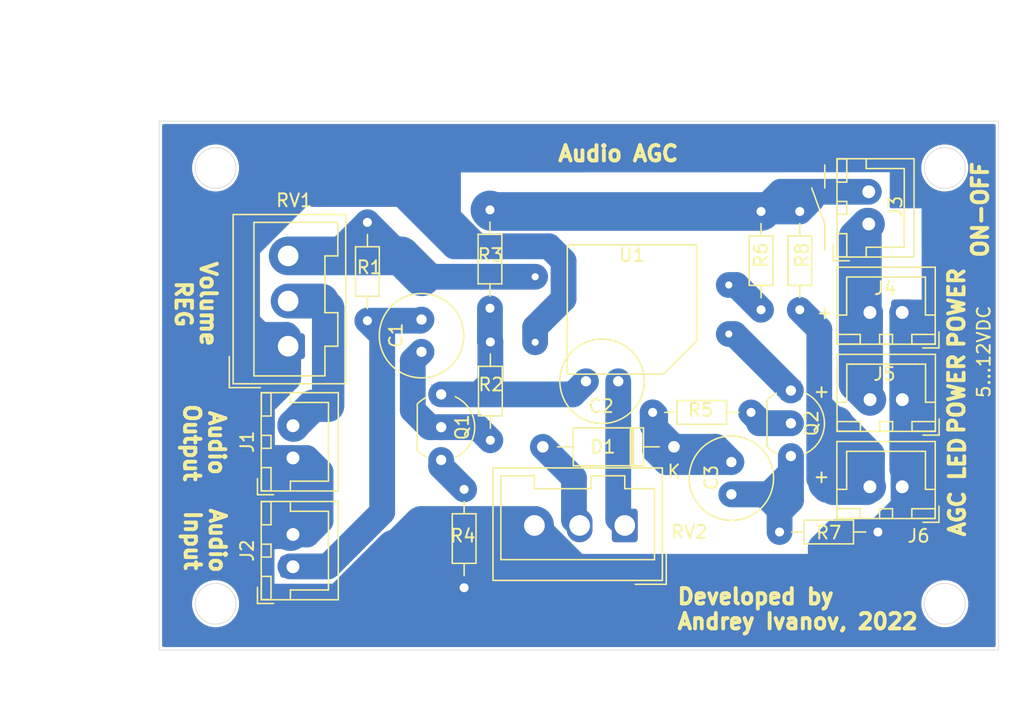
<source format=kicad_pcb>
(kicad_pcb (version 20171130) (host pcbnew 5.1.12)

  (general
    (thickness 1.6)
    (drawings 29)
    (tracks 351)
    (zones 0)
    (modules 23)
    (nets 18)
  )

  (page A4)
  (layers
    (0 F.Cu signal)
    (31 B.Cu signal hide)
    (32 B.Adhes user hide)
    (33 F.Adhes user hide)
    (34 B.Paste user hide)
    (35 F.Paste user hide)
    (36 B.SilkS user)
    (37 F.SilkS user)
    (38 B.Mask user)
    (39 F.Mask user)
    (40 Dwgs.User user)
    (41 Cmts.User user)
    (42 Eco1.User user)
    (43 Eco2.User user)
    (44 Edge.Cuts user)
    (45 Margin user)
    (46 B.CrtYd user)
    (47 F.CrtYd user)
    (48 B.Fab user)
    (49 F.Fab user)
  )

  (setup
    (last_trace_width 2)
    (trace_clearance 0.2)
    (zone_clearance 0.2)
    (zone_45_only no)
    (trace_min 0.2)
    (via_size 0.8)
    (via_drill 0.4)
    (via_min_size 0.4)
    (via_min_drill 0.3)
    (uvia_size 0.3)
    (uvia_drill 0.1)
    (uvias_allowed no)
    (uvia_min_size 0.2)
    (uvia_min_drill 0.1)
    (edge_width 0.05)
    (segment_width 0.2)
    (pcb_text_width 0.3)
    (pcb_text_size 1.5 1.5)
    (mod_edge_width 0.12)
    (mod_text_size 1 1)
    (mod_text_width 0.15)
    (pad_size 1.524 1.524)
    (pad_drill 0.762)
    (pad_to_mask_clearance 0)
    (aux_axis_origin 0 0)
    (visible_elements FFFFFF7F)
    (pcbplotparams
      (layerselection 0x011fc_ffffffff)
      (usegerberextensions false)
      (usegerberattributes true)
      (usegerberadvancedattributes true)
      (creategerberjobfile true)
      (excludeedgelayer true)
      (linewidth 0.100000)
      (plotframeref false)
      (viasonmask false)
      (mode 1)
      (useauxorigin false)
      (hpglpennumber 1)
      (hpglpenspeed 20)
      (hpglpendiameter 15.000000)
      (psnegative false)
      (psa4output false)
      (plotreference true)
      (plotvalue true)
      (plotinvisibletext false)
      (padsonsilk false)
      (subtractmaskfromsilk false)
      (outputformat 1)
      (mirror false)
      (drillshape 0)
      (scaleselection 1)
      (outputdirectory "gerber/drill/"))
  )

  (net 0 "")
  (net 1 "Net-(C1-Pad1)")
  (net 2 "Net-(C1-Pad2)")
  (net 3 "Net-(C2-Pad1)")
  (net 4 "Net-(C2-Pad2)")
  (net 5 "Net-(C3-Pad2)")
  (net 6 "Net-(C3-Pad1)")
  (net 7 "Net-(D1-Pad2)")
  (net 8 "Net-(J3-Pad2)")
  (net 9 "Net-(J3-Pad1)")
  (net 10 "Net-(J6-Pad2)")
  (net 11 "Net-(Q1-Pad3)")
  (net 12 "Net-(Q2-Pad1)")
  (net 13 "Net-(Q2-Pad2)")
  (net 14 "Net-(R1-Pad1)")
  (net 15 "Net-(R6-Pad2)")
  (net 16 GND)
  (net 17 "Net-(J1-Pad2)")

  (net_class Default "This is the default net class."
    (clearance 0.2)
    (trace_width 2)
    (via_dia 0.8)
    (via_drill 0.4)
    (uvia_dia 0.3)
    (uvia_drill 0.1)
    (add_net GND)
    (add_net "Net-(C1-Pad1)")
    (add_net "Net-(C1-Pad2)")
    (add_net "Net-(C2-Pad1)")
    (add_net "Net-(C2-Pad2)")
    (add_net "Net-(C3-Pad1)")
    (add_net "Net-(C3-Pad2)")
    (add_net "Net-(D1-Pad2)")
    (add_net "Net-(J1-Pad2)")
    (add_net "Net-(J3-Pad1)")
    (add_net "Net-(J3-Pad2)")
    (add_net "Net-(J6-Pad2)")
    (add_net "Net-(Q1-Pad3)")
    (add_net "Net-(Q2-Pad1)")
    (add_net "Net-(Q2-Pad2)")
    (add_net "Net-(R1-Pad1)")
    (add_net "Net-(R6-Pad2)")
  )

  (module Connector_JST:JST_XH_B2B-XH-A_1x02_P2.50mm_Vertical (layer F.Cu) (tedit 5C28146C) (tstamp 61CA215E)
    (at 144.9432 107.0864 180)
    (descr "JST XH series connector, B2B-XH-A (http://www.jst-mfg.com/product/pdf/eng/eXH.pdf), generated with kicad-footprint-generator")
    (tags "connector JST XH vertical")
    (path /61D25193)
    (fp_text reference J5 (at 1.3824 1.9812) (layer F.SilkS)
      (effects (font (size 1 1) (thickness 0.15)))
    )
    (fp_text value Power (at -5.4756 1.6764) (layer F.Fab)
      (effects (font (size 1 1) (thickness 0.15)))
    )
    (fp_line (start -2.85 -2.75) (end -2.85 -1.5) (layer F.SilkS) (width 0.12))
    (fp_line (start -1.6 -2.75) (end -2.85 -2.75) (layer F.SilkS) (width 0.12))
    (fp_line (start 4.3 2.75) (end 1.25 2.75) (layer F.SilkS) (width 0.12))
    (fp_line (start 4.3 -0.2) (end 4.3 2.75) (layer F.SilkS) (width 0.12))
    (fp_line (start 5.05 -0.2) (end 4.3 -0.2) (layer F.SilkS) (width 0.12))
    (fp_line (start -1.8 2.75) (end 1.25 2.75) (layer F.SilkS) (width 0.12))
    (fp_line (start -1.8 -0.2) (end -1.8 2.75) (layer F.SilkS) (width 0.12))
    (fp_line (start -2.55 -0.2) (end -1.8 -0.2) (layer F.SilkS) (width 0.12))
    (fp_line (start 5.05 -2.45) (end 3.25 -2.45) (layer F.SilkS) (width 0.12))
    (fp_line (start 5.05 -1.7) (end 5.05 -2.45) (layer F.SilkS) (width 0.12))
    (fp_line (start 3.25 -1.7) (end 5.05 -1.7) (layer F.SilkS) (width 0.12))
    (fp_line (start 3.25 -2.45) (end 3.25 -1.7) (layer F.SilkS) (width 0.12))
    (fp_line (start -0.75 -2.45) (end -2.55 -2.45) (layer F.SilkS) (width 0.12))
    (fp_line (start -0.75 -1.7) (end -0.75 -2.45) (layer F.SilkS) (width 0.12))
    (fp_line (start -2.55 -1.7) (end -0.75 -1.7) (layer F.SilkS) (width 0.12))
    (fp_line (start -2.55 -2.45) (end -2.55 -1.7) (layer F.SilkS) (width 0.12))
    (fp_line (start 1.75 -2.45) (end 0.75 -2.45) (layer F.SilkS) (width 0.12))
    (fp_line (start 1.75 -1.7) (end 1.75 -2.45) (layer F.SilkS) (width 0.12))
    (fp_line (start 0.75 -1.7) (end 1.75 -1.7) (layer F.SilkS) (width 0.12))
    (fp_line (start 0.75 -2.45) (end 0.75 -1.7) (layer F.SilkS) (width 0.12))
    (fp_line (start 0 -1.35) (end 0.625 -2.35) (layer F.Fab) (width 0.1))
    (fp_line (start -0.625 -2.35) (end 0 -1.35) (layer F.Fab) (width 0.1))
    (fp_line (start 5.45 -2.85) (end -2.95 -2.85) (layer F.CrtYd) (width 0.05))
    (fp_line (start 5.45 3.9) (end 5.45 -2.85) (layer F.CrtYd) (width 0.05))
    (fp_line (start -2.95 3.9) (end 5.45 3.9) (layer F.CrtYd) (width 0.05))
    (fp_line (start -2.95 -2.85) (end -2.95 3.9) (layer F.CrtYd) (width 0.05))
    (fp_line (start 5.06 -2.46) (end -2.56 -2.46) (layer F.SilkS) (width 0.12))
    (fp_line (start 5.06 3.51) (end 5.06 -2.46) (layer F.SilkS) (width 0.12))
    (fp_line (start -2.56 3.51) (end 5.06 3.51) (layer F.SilkS) (width 0.12))
    (fp_line (start -2.56 -2.46) (end -2.56 3.51) (layer F.SilkS) (width 0.12))
    (fp_line (start 4.95 -2.35) (end -2.45 -2.35) (layer F.Fab) (width 0.1))
    (fp_line (start 4.95 3.4) (end 4.95 -2.35) (layer F.Fab) (width 0.1))
    (fp_line (start -2.45 3.4) (end 4.95 3.4) (layer F.Fab) (width 0.1))
    (fp_line (start -2.45 -2.35) (end -2.45 3.4) (layer F.Fab) (width 0.1))
    (fp_text user %R (at 1.3824 1.9304) (layer F.Fab)
      (effects (font (size 1 1) (thickness 0.15)))
    )
    (pad 2 thru_hole oval (at 2.5 0 180) (size 1.7 2) (drill 1) (layers *.Cu *.Mask)
      (net 9 "Net-(J3-Pad1)"))
    (pad 1 thru_hole roundrect (at 0 0 180) (size 1.7 2) (drill 1) (layers *.Cu *.Mask) (roundrect_rratio 0.1470588235294118)
      (net 16 GND))
    (model ${KISYS3DMOD}/Connector_JST.3dshapes/JST_XH_B2B-XH-A_1x02_P2.50mm_Vertical.wrl
      (at (xyz 0 0 0))
      (scale (xyz 1 1 1))
      (rotate (xyz 0 0 0))
    )
  )

  (module Connector_JST:JST_XH_B2B-XH-A_1x02_P2.50mm_Vertical (layer F.Cu) (tedit 5C28146C) (tstamp 61CA213D)
    (at 144.9324 100.33 180)
    (descr "JST XH series connector, B2B-XH-A (http://www.jst-mfg.com/product/pdf/eng/eXH.pdf), generated with kicad-footprint-generator")
    (tags "connector JST XH vertical")
    (path /61D34FE7)
    (fp_text reference J4 (at 1.3208 1.8796) (layer F.SilkS)
      (effects (font (size 1 1) (thickness 0.15)))
    )
    (fp_text value Power (at -5.2324 1.4732) (layer F.Fab)
      (effects (font (size 1 1) (thickness 0.15)))
    )
    (fp_line (start -2.85 -2.75) (end -2.85 -1.5) (layer F.SilkS) (width 0.12))
    (fp_line (start -1.6 -2.75) (end -2.85 -2.75) (layer F.SilkS) (width 0.12))
    (fp_line (start 4.3 2.75) (end 1.25 2.75) (layer F.SilkS) (width 0.12))
    (fp_line (start 4.3 -0.2) (end 4.3 2.75) (layer F.SilkS) (width 0.12))
    (fp_line (start 5.05 -0.2) (end 4.3 -0.2) (layer F.SilkS) (width 0.12))
    (fp_line (start -1.8 2.75) (end 1.25 2.75) (layer F.SilkS) (width 0.12))
    (fp_line (start -1.8 -0.2) (end -1.8 2.75) (layer F.SilkS) (width 0.12))
    (fp_line (start -2.55 -0.2) (end -1.8 -0.2) (layer F.SilkS) (width 0.12))
    (fp_line (start 5.05 -2.45) (end 3.25 -2.45) (layer F.SilkS) (width 0.12))
    (fp_line (start 5.05 -1.7) (end 5.05 -2.45) (layer F.SilkS) (width 0.12))
    (fp_line (start 3.25 -1.7) (end 5.05 -1.7) (layer F.SilkS) (width 0.12))
    (fp_line (start 3.25 -2.45) (end 3.25 -1.7) (layer F.SilkS) (width 0.12))
    (fp_line (start -0.75 -2.45) (end -2.55 -2.45) (layer F.SilkS) (width 0.12))
    (fp_line (start -0.75 -1.7) (end -0.75 -2.45) (layer F.SilkS) (width 0.12))
    (fp_line (start -2.55 -1.7) (end -0.75 -1.7) (layer F.SilkS) (width 0.12))
    (fp_line (start -2.55 -2.45) (end -2.55 -1.7) (layer F.SilkS) (width 0.12))
    (fp_line (start 1.75 -2.45) (end 0.75 -2.45) (layer F.SilkS) (width 0.12))
    (fp_line (start 1.75 -1.7) (end 1.75 -2.45) (layer F.SilkS) (width 0.12))
    (fp_line (start 0.75 -1.7) (end 1.75 -1.7) (layer F.SilkS) (width 0.12))
    (fp_line (start 0.75 -2.45) (end 0.75 -1.7) (layer F.SilkS) (width 0.12))
    (fp_line (start 0 -1.35) (end 0.625 -2.35) (layer F.Fab) (width 0.1))
    (fp_line (start -0.625 -2.35) (end 0 -1.35) (layer F.Fab) (width 0.1))
    (fp_line (start 5.45 -2.85) (end -2.95 -2.85) (layer F.CrtYd) (width 0.05))
    (fp_line (start 5.45 3.9) (end 5.45 -2.85) (layer F.CrtYd) (width 0.05))
    (fp_line (start -2.95 3.9) (end 5.45 3.9) (layer F.CrtYd) (width 0.05))
    (fp_line (start -2.95 -2.85) (end -2.95 3.9) (layer F.CrtYd) (width 0.05))
    (fp_line (start 5.06 -2.46) (end -2.56 -2.46) (layer F.SilkS) (width 0.12))
    (fp_line (start 5.06 3.51) (end 5.06 -2.46) (layer F.SilkS) (width 0.12))
    (fp_line (start -2.56 3.51) (end 5.06 3.51) (layer F.SilkS) (width 0.12))
    (fp_line (start -2.56 -2.46) (end -2.56 3.51) (layer F.SilkS) (width 0.12))
    (fp_line (start 4.95 -2.35) (end -2.45 -2.35) (layer F.Fab) (width 0.1))
    (fp_line (start 4.95 3.4) (end 4.95 -2.35) (layer F.Fab) (width 0.1))
    (fp_line (start -2.45 3.4) (end 4.95 3.4) (layer F.Fab) (width 0.1))
    (fp_line (start -2.45 -2.35) (end -2.45 3.4) (layer F.Fab) (width 0.1))
    (fp_text user %R (at 1.3208 1.8288) (layer F.Fab)
      (effects (font (size 1 1) (thickness 0.15)))
    )
    (pad 2 thru_hole oval (at 2.5 0 180) (size 1.7 2) (drill 1) (layers *.Cu *.Mask)
      (net 9 "Net-(J3-Pad1)"))
    (pad 1 thru_hole roundrect (at 0 0 180) (size 1.7 2) (drill 1) (layers *.Cu *.Mask) (roundrect_rratio 0.1470588235294118)
      (net 16 GND))
    (model ${KISYS3DMOD}/Connector_JST.3dshapes/JST_XH_B2B-XH-A_1x02_P2.50mm_Vertical.wrl
      (at (xyz 0 0 0))
      (scale (xyz 1 1 1))
      (rotate (xyz 0 0 0))
    )
  )

  (module Connector_JST:JST_XH_B2B-XH-A_1x02_P2.50mm_Vertical (layer F.Cu) (tedit 5C28146C) (tstamp 61CA217F)
    (at 144.9324 113.8428 180)
    (descr "JST XH series connector, B2B-XH-A (http://www.jst-mfg.com/product/pdf/eng/eXH.pdf), generated with kicad-footprint-generator")
    (tags "connector JST XH vertical")
    (path /61D5E49E)
    (fp_text reference J6 (at -1.27 -3.81) (layer F.SilkS)
      (effects (font (size 1 1) (thickness 0.15)))
    )
    (fp_text value AGC_LED (at -6.1468 1.27) (layer F.Fab)
      (effects (font (size 1 1) (thickness 0.15)))
    )
    (fp_line (start -2.85 -2.75) (end -2.85 -1.5) (layer F.SilkS) (width 0.12))
    (fp_line (start -1.6 -2.75) (end -2.85 -2.75) (layer F.SilkS) (width 0.12))
    (fp_line (start 4.3 2.75) (end 1.25 2.75) (layer F.SilkS) (width 0.12))
    (fp_line (start 4.3 -0.2) (end 4.3 2.75) (layer F.SilkS) (width 0.12))
    (fp_line (start 5.05 -0.2) (end 4.3 -0.2) (layer F.SilkS) (width 0.12))
    (fp_line (start -1.8 2.75) (end 1.25 2.75) (layer F.SilkS) (width 0.12))
    (fp_line (start -1.8 -0.2) (end -1.8 2.75) (layer F.SilkS) (width 0.12))
    (fp_line (start -2.55 -0.2) (end -1.8 -0.2) (layer F.SilkS) (width 0.12))
    (fp_line (start 5.05 -2.45) (end 3.25 -2.45) (layer F.SilkS) (width 0.12))
    (fp_line (start 5.05 -1.7) (end 5.05 -2.45) (layer F.SilkS) (width 0.12))
    (fp_line (start 3.25 -1.7) (end 5.05 -1.7) (layer F.SilkS) (width 0.12))
    (fp_line (start 3.25 -2.45) (end 3.25 -1.7) (layer F.SilkS) (width 0.12))
    (fp_line (start -0.75 -2.45) (end -2.55 -2.45) (layer F.SilkS) (width 0.12))
    (fp_line (start -0.75 -1.7) (end -0.75 -2.45) (layer F.SilkS) (width 0.12))
    (fp_line (start -2.55 -1.7) (end -0.75 -1.7) (layer F.SilkS) (width 0.12))
    (fp_line (start -2.55 -2.45) (end -2.55 -1.7) (layer F.SilkS) (width 0.12))
    (fp_line (start 1.75 -2.45) (end 0.75 -2.45) (layer F.SilkS) (width 0.12))
    (fp_line (start 1.75 -1.7) (end 1.75 -2.45) (layer F.SilkS) (width 0.12))
    (fp_line (start 0.75 -1.7) (end 1.75 -1.7) (layer F.SilkS) (width 0.12))
    (fp_line (start 0.75 -2.45) (end 0.75 -1.7) (layer F.SilkS) (width 0.12))
    (fp_line (start 0 -1.35) (end 0.625 -2.35) (layer F.Fab) (width 0.1))
    (fp_line (start -0.625 -2.35) (end 0 -1.35) (layer F.Fab) (width 0.1))
    (fp_line (start 5.45 -2.85) (end -2.95 -2.85) (layer F.CrtYd) (width 0.05))
    (fp_line (start 5.45 3.9) (end 5.45 -2.85) (layer F.CrtYd) (width 0.05))
    (fp_line (start -2.95 3.9) (end 5.45 3.9) (layer F.CrtYd) (width 0.05))
    (fp_line (start -2.95 -2.85) (end -2.95 3.9) (layer F.CrtYd) (width 0.05))
    (fp_line (start 5.06 -2.46) (end -2.56 -2.46) (layer F.SilkS) (width 0.12))
    (fp_line (start 5.06 3.51) (end 5.06 -2.46) (layer F.SilkS) (width 0.12))
    (fp_line (start -2.56 3.51) (end 5.06 3.51) (layer F.SilkS) (width 0.12))
    (fp_line (start -2.56 -2.46) (end -2.56 3.51) (layer F.SilkS) (width 0.12))
    (fp_line (start 4.95 -2.35) (end -2.45 -2.35) (layer F.Fab) (width 0.1))
    (fp_line (start 4.95 3.4) (end 4.95 -2.35) (layer F.Fab) (width 0.1))
    (fp_line (start -2.45 3.4) (end 4.95 3.4) (layer F.Fab) (width 0.1))
    (fp_line (start -2.45 -2.35) (end -2.45 3.4) (layer F.Fab) (width 0.1))
    (fp_text user %R (at -0.508 1.9812) (layer F.Fab)
      (effects (font (size 1 1) (thickness 0.15)))
    )
    (pad 2 thru_hole oval (at 2.5 0 180) (size 1.7 2) (drill 1) (layers *.Cu *.Mask)
      (net 10 "Net-(J6-Pad2)"))
    (pad 1 thru_hole roundrect (at 0 0 180) (size 1.7 2) (drill 1) (layers *.Cu *.Mask) (roundrect_rratio 0.1470588235294118)
      (net 16 GND))
    (model ${KISYS3DMOD}/Connector_JST.3dshapes/JST_XH_B2B-XH-A_1x02_P2.50mm_Vertical.wrl
      (at (xyz 0 0 0))
      (scale (xyz 1 1 1))
      (rotate (xyz 0 0 0))
    )
  )

  (module Connector_JST:JST_XH_B2B-XH-A_1x02_P2.50mm_Vertical (layer F.Cu) (tedit 5C28146C) (tstamp 61CD3F2F)
    (at 142.3416 93.472 90)
    (descr "JST XH series connector, B2B-XH-A (http://www.jst-mfg.com/product/pdf/eng/eXH.pdf), generated with kicad-footprint-generator")
    (tags "connector JST XH vertical")
    (path /61D74173)
    (fp_text reference J3 (at 1.3208 2.0828 270) (layer F.SilkS)
      (effects (font (size 1 1) (thickness 0.15)))
    )
    (fp_text value ON-OFF (at -1.3716 6.9088 180) (layer F.Fab)
      (effects (font (size 1 1) (thickness 0.15)))
    )
    (fp_line (start -2.85 -2.75) (end -2.85 -1.5) (layer F.SilkS) (width 0.12))
    (fp_line (start -1.6 -2.75) (end -2.85 -2.75) (layer F.SilkS) (width 0.12))
    (fp_line (start 4.3 2.75) (end 1.25 2.75) (layer F.SilkS) (width 0.12))
    (fp_line (start 4.3 -0.2) (end 4.3 2.75) (layer F.SilkS) (width 0.12))
    (fp_line (start 5.05 -0.2) (end 4.3 -0.2) (layer F.SilkS) (width 0.12))
    (fp_line (start -1.8 2.75) (end 1.25 2.75) (layer F.SilkS) (width 0.12))
    (fp_line (start -1.8 -0.2) (end -1.8 2.75) (layer F.SilkS) (width 0.12))
    (fp_line (start -2.55 -0.2) (end -1.8 -0.2) (layer F.SilkS) (width 0.12))
    (fp_line (start 5.05 -2.45) (end 3.25 -2.45) (layer F.SilkS) (width 0.12))
    (fp_line (start 5.05 -1.7) (end 5.05 -2.45) (layer F.SilkS) (width 0.12))
    (fp_line (start 3.25 -1.7) (end 5.05 -1.7) (layer F.SilkS) (width 0.12))
    (fp_line (start 3.25 -2.45) (end 3.25 -1.7) (layer F.SilkS) (width 0.12))
    (fp_line (start -0.75 -2.45) (end -2.55 -2.45) (layer F.SilkS) (width 0.12))
    (fp_line (start -0.75 -1.7) (end -0.75 -2.45) (layer F.SilkS) (width 0.12))
    (fp_line (start -2.55 -1.7) (end -0.75 -1.7) (layer F.SilkS) (width 0.12))
    (fp_line (start -2.55 -2.45) (end -2.55 -1.7) (layer F.SilkS) (width 0.12))
    (fp_line (start 1.75 -2.45) (end 0.75 -2.45) (layer F.SilkS) (width 0.12))
    (fp_line (start 1.75 -1.7) (end 1.75 -2.45) (layer F.SilkS) (width 0.12))
    (fp_line (start 0.75 -1.7) (end 1.75 -1.7) (layer F.SilkS) (width 0.12))
    (fp_line (start 0.75 -2.45) (end 0.75 -1.7) (layer F.SilkS) (width 0.12))
    (fp_line (start 0 -1.35) (end 0.625 -2.35) (layer F.Fab) (width 0.1))
    (fp_line (start -0.625 -2.35) (end 0 -1.35) (layer F.Fab) (width 0.1))
    (fp_line (start 5.45 -2.85) (end -2.95 -2.85) (layer F.CrtYd) (width 0.05))
    (fp_line (start 5.45 3.9) (end 5.45 -2.85) (layer F.CrtYd) (width 0.05))
    (fp_line (start -2.95 3.9) (end 5.45 3.9) (layer F.CrtYd) (width 0.05))
    (fp_line (start -2.95 -2.85) (end -2.95 3.9) (layer F.CrtYd) (width 0.05))
    (fp_line (start 5.06 -2.46) (end -2.56 -2.46) (layer F.SilkS) (width 0.12))
    (fp_line (start 5.06 3.51) (end 5.06 -2.46) (layer F.SilkS) (width 0.12))
    (fp_line (start -2.56 3.51) (end 5.06 3.51) (layer F.SilkS) (width 0.12))
    (fp_line (start -2.56 -2.46) (end -2.56 3.51) (layer F.SilkS) (width 0.12))
    (fp_line (start 4.95 -2.35) (end -2.45 -2.35) (layer F.Fab) (width 0.1))
    (fp_line (start 4.95 3.4) (end 4.95 -2.35) (layer F.Fab) (width 0.1))
    (fp_line (start -2.45 3.4) (end 4.95 3.4) (layer F.Fab) (width 0.1))
    (fp_line (start -2.45 -2.35) (end -2.45 3.4) (layer F.Fab) (width 0.1))
    (pad 2 thru_hole oval (at 2.5 0 90) (size 1.7 2) (drill 1) (layers *.Cu *.Mask)
      (net 8 "Net-(J3-Pad2)"))
    (pad 1 thru_hole roundrect (at 0 0 90) (size 1.7 2) (drill 1) (layers *.Cu *.Mask) (roundrect_rratio 0.1470588235294118)
      (net 9 "Net-(J3-Pad1)"))
    (model ${KISYS3DMOD}/Connector_JST.3dshapes/JST_XH_B2B-XH-A_1x02_P2.50mm_Vertical.wrl
      (at (xyz 0 0 0))
      (scale (xyz 1 1 1))
      (rotate (xyz 0 0 0))
    )
  )

  (module Connector_JST:JST_XH_B2B-XH-A_1x02_P2.50mm_Vertical (layer F.Cu) (tedit 5C28146C) (tstamp 61CA20FB)
    (at 97.7392 120.0404 90)
    (descr "JST XH series connector, B2B-XH-A (http://www.jst-mfg.com/product/pdf/eng/eXH.pdf), generated with kicad-footprint-generator")
    (tags "connector JST XH vertical")
    (path /61CA5995)
    (fp_text reference J2 (at 1.25 -3.55 90) (layer F.SilkS)
      (effects (font (size 1 1) (thickness 0.15)))
    )
    (fp_text value AudioInput (at 1.25 4.6 90) (layer F.Fab)
      (effects (font (size 1 1) (thickness 0.15)))
    )
    (fp_line (start -2.85 -2.75) (end -2.85 -1.5) (layer F.SilkS) (width 0.12))
    (fp_line (start -1.6 -2.75) (end -2.85 -2.75) (layer F.SilkS) (width 0.12))
    (fp_line (start 4.3 2.75) (end 1.25 2.75) (layer F.SilkS) (width 0.12))
    (fp_line (start 4.3 -0.2) (end 4.3 2.75) (layer F.SilkS) (width 0.12))
    (fp_line (start 5.05 -0.2) (end 4.3 -0.2) (layer F.SilkS) (width 0.12))
    (fp_line (start -1.8 2.75) (end 1.25 2.75) (layer F.SilkS) (width 0.12))
    (fp_line (start -1.8 -0.2) (end -1.8 2.75) (layer F.SilkS) (width 0.12))
    (fp_line (start -2.55 -0.2) (end -1.8 -0.2) (layer F.SilkS) (width 0.12))
    (fp_line (start 5.05 -2.45) (end 3.25 -2.45) (layer F.SilkS) (width 0.12))
    (fp_line (start 5.05 -1.7) (end 5.05 -2.45) (layer F.SilkS) (width 0.12))
    (fp_line (start 3.25 -1.7) (end 5.05 -1.7) (layer F.SilkS) (width 0.12))
    (fp_line (start 3.25 -2.45) (end 3.25 -1.7) (layer F.SilkS) (width 0.12))
    (fp_line (start -0.75 -2.45) (end -2.55 -2.45) (layer F.SilkS) (width 0.12))
    (fp_line (start -0.75 -1.7) (end -0.75 -2.45) (layer F.SilkS) (width 0.12))
    (fp_line (start -2.55 -1.7) (end -0.75 -1.7) (layer F.SilkS) (width 0.12))
    (fp_line (start -2.55 -2.45) (end -2.55 -1.7) (layer F.SilkS) (width 0.12))
    (fp_line (start 1.75 -2.45) (end 0.75 -2.45) (layer F.SilkS) (width 0.12))
    (fp_line (start 1.75 -1.7) (end 1.75 -2.45) (layer F.SilkS) (width 0.12))
    (fp_line (start 0.75 -1.7) (end 1.75 -1.7) (layer F.SilkS) (width 0.12))
    (fp_line (start 0.75 -2.45) (end 0.75 -1.7) (layer F.SilkS) (width 0.12))
    (fp_line (start 0 -1.35) (end 0.625 -2.35) (layer F.Fab) (width 0.1))
    (fp_line (start -0.625 -2.35) (end 0 -1.35) (layer F.Fab) (width 0.1))
    (fp_line (start 5.45 -2.85) (end -2.95 -2.85) (layer F.CrtYd) (width 0.05))
    (fp_line (start 5.45 3.9) (end 5.45 -2.85) (layer F.CrtYd) (width 0.05))
    (fp_line (start -2.95 3.9) (end 5.45 3.9) (layer F.CrtYd) (width 0.05))
    (fp_line (start -2.95 -2.85) (end -2.95 3.9) (layer F.CrtYd) (width 0.05))
    (fp_line (start 5.06 -2.46) (end -2.56 -2.46) (layer F.SilkS) (width 0.12))
    (fp_line (start 5.06 3.51) (end 5.06 -2.46) (layer F.SilkS) (width 0.12))
    (fp_line (start -2.56 3.51) (end 5.06 3.51) (layer F.SilkS) (width 0.12))
    (fp_line (start -2.56 -2.46) (end -2.56 3.51) (layer F.SilkS) (width 0.12))
    (fp_line (start 4.95 -2.35) (end -2.45 -2.35) (layer F.Fab) (width 0.1))
    (fp_line (start 4.95 3.4) (end 4.95 -2.35) (layer F.Fab) (width 0.1))
    (fp_line (start -2.45 3.4) (end 4.95 3.4) (layer F.Fab) (width 0.1))
    (fp_line (start -2.45 -2.35) (end -2.45 3.4) (layer F.Fab) (width 0.1))
    (fp_text user %R (at 1.25 2.7 90) (layer F.Fab)
      (effects (font (size 1 1) (thickness 0.15)))
    )
    (pad 2 thru_hole oval (at 2.5 0 90) (size 1.7 2) (drill 1) (layers *.Cu *.Mask)
      (net 16 GND))
    (pad 1 thru_hole roundrect (at 0 0 90) (size 1.7 2) (drill 1) (layers *.Cu *.Mask) (roundrect_rratio 0.1470588235294118)
      (net 2 "Net-(C1-Pad2)"))
    (model ${KISYS3DMOD}/Connector_JST.3dshapes/JST_XH_B2B-XH-A_1x02_P2.50mm_Vertical.wrl
      (at (xyz 0 0 0))
      (scale (xyz 1 1 1))
      (rotate (xyz 0 0 0))
    )
  )

  (module Connector_JST:JST_XH_B2B-XH-A_1x02_P2.50mm_Vertical (layer F.Cu) (tedit 5C28146C) (tstamp 61CA20DA)
    (at 97.7392 111.6076 90)
    (descr "JST XH series connector, B2B-XH-A (http://www.jst-mfg.com/product/pdf/eng/eXH.pdf), generated with kicad-footprint-generator")
    (tags "connector JST XH vertical")
    (path /61CD54B4)
    (fp_text reference J1 (at 1.25 -3.55 270) (layer F.SilkS)
      (effects (font (size 1 1) (thickness 0.15)))
    )
    (fp_text value "Audio Output" (at 1.25 4.6 90) (layer F.Fab)
      (effects (font (size 1 1) (thickness 0.15)))
    )
    (fp_line (start -2.85 -2.75) (end -2.85 -1.5) (layer F.SilkS) (width 0.12))
    (fp_line (start -1.6 -2.75) (end -2.85 -2.75) (layer F.SilkS) (width 0.12))
    (fp_line (start 4.3 2.75) (end 1.25 2.75) (layer F.SilkS) (width 0.12))
    (fp_line (start 4.3 -0.2) (end 4.3 2.75) (layer F.SilkS) (width 0.12))
    (fp_line (start 5.05 -0.2) (end 4.3 -0.2) (layer F.SilkS) (width 0.12))
    (fp_line (start -1.8 2.75) (end 1.25 2.75) (layer F.SilkS) (width 0.12))
    (fp_line (start -1.8 -0.2) (end -1.8 2.75) (layer F.SilkS) (width 0.12))
    (fp_line (start -2.55 -0.2) (end -1.8 -0.2) (layer F.SilkS) (width 0.12))
    (fp_line (start 5.05 -2.45) (end 3.25 -2.45) (layer F.SilkS) (width 0.12))
    (fp_line (start 5.05 -1.7) (end 5.05 -2.45) (layer F.SilkS) (width 0.12))
    (fp_line (start 3.25 -1.7) (end 5.05 -1.7) (layer F.SilkS) (width 0.12))
    (fp_line (start 3.25 -2.45) (end 3.25 -1.7) (layer F.SilkS) (width 0.12))
    (fp_line (start -0.75 -2.45) (end -2.55 -2.45) (layer F.SilkS) (width 0.12))
    (fp_line (start -0.75 -1.7) (end -0.75 -2.45) (layer F.SilkS) (width 0.12))
    (fp_line (start -2.55 -1.7) (end -0.75 -1.7) (layer F.SilkS) (width 0.12))
    (fp_line (start -2.55 -2.45) (end -2.55 -1.7) (layer F.SilkS) (width 0.12))
    (fp_line (start 1.75 -2.45) (end 0.75 -2.45) (layer F.SilkS) (width 0.12))
    (fp_line (start 1.75 -1.7) (end 1.75 -2.45) (layer F.SilkS) (width 0.12))
    (fp_line (start 0.75 -1.7) (end 1.75 -1.7) (layer F.SilkS) (width 0.12))
    (fp_line (start 0.75 -2.45) (end 0.75 -1.7) (layer F.SilkS) (width 0.12))
    (fp_line (start 0 -1.35) (end 0.625 -2.35) (layer F.Fab) (width 0.1))
    (fp_line (start -0.625 -2.35) (end 0 -1.35) (layer F.Fab) (width 0.1))
    (fp_line (start 5.45 -2.85) (end -2.95 -2.85) (layer F.CrtYd) (width 0.05))
    (fp_line (start 5.45 3.9) (end 5.45 -2.85) (layer F.CrtYd) (width 0.05))
    (fp_line (start -2.95 3.9) (end 5.45 3.9) (layer F.CrtYd) (width 0.05))
    (fp_line (start -2.95 -2.85) (end -2.95 3.9) (layer F.CrtYd) (width 0.05))
    (fp_line (start 5.06 -2.46) (end -2.56 -2.46) (layer F.SilkS) (width 0.12))
    (fp_line (start 5.06 3.51) (end 5.06 -2.46) (layer F.SilkS) (width 0.12))
    (fp_line (start -2.56 3.51) (end 5.06 3.51) (layer F.SilkS) (width 0.12))
    (fp_line (start -2.56 -2.46) (end -2.56 3.51) (layer F.SilkS) (width 0.12))
    (fp_line (start 4.95 -2.35) (end -2.45 -2.35) (layer F.Fab) (width 0.1))
    (fp_line (start 4.95 3.4) (end 4.95 -2.35) (layer F.Fab) (width 0.1))
    (fp_line (start -2.45 3.4) (end 4.95 3.4) (layer F.Fab) (width 0.1))
    (fp_line (start -2.45 -2.35) (end -2.45 3.4) (layer F.Fab) (width 0.1))
    (fp_text user %R (at 1.25 2.7 90) (layer F.Fab)
      (effects (font (size 1 1) (thickness 0.15)))
    )
    (pad 2 thru_hole oval (at 2.5 0 90) (size 1.7 2) (drill 1) (layers *.Cu *.Mask)
      (net 17 "Net-(J1-Pad2)"))
    (pad 1 thru_hole roundrect (at 0 0 90) (size 1.7 2) (drill 1) (layers *.Cu *.Mask) (roundrect_rratio 0.1470588235294118)
      (net 16 GND))
    (model ${KISYS3DMOD}/Connector_JST.3dshapes/JST_XH_B2B-XH-A_1x02_P2.50mm_Vertical.wrl
      (at (xyz 0 0 0))
      (scale (xyz 1 1 1))
      (rotate (xyz 0 0 0))
    )
  )

  (module Package_TO_SOT_THT:TO-92_Inline_Wide (layer F.Cu) (tedit 5A02FF81) (tstamp 61CA5545)
    (at 109.22 106.68 270)
    (descr "TO-92 leads in-line, wide, drill 0.75mm (see NXP sot054_po.pdf)")
    (tags "to-92 sc-43 sc-43a sot54 PA33 transistor")
    (path /61C9C9CD)
    (fp_text reference Q1 (at 2.54 -1.6256 90) (layer F.SilkS)
      (effects (font (size 1 1) (thickness 0.15)))
    )
    (fp_text value BC548 (at -3.96 -3.5 90) (layer F.Fab)
      (effects (font (size 1 1) (thickness 0.15)))
    )
    (fp_line (start 0.74 1.85) (end 4.34 1.85) (layer F.SilkS) (width 0.12))
    (fp_line (start 0.8 1.75) (end 4.3 1.75) (layer F.Fab) (width 0.1))
    (fp_line (start -1.01 -2.73) (end 6.09 -2.73) (layer F.CrtYd) (width 0.05))
    (fp_line (start -1.01 -2.73) (end -1.01 2.01) (layer F.CrtYd) (width 0.05))
    (fp_line (start 6.09 2.01) (end 6.09 -2.73) (layer F.CrtYd) (width 0.05))
    (fp_line (start 6.09 2.01) (end -1.01 2.01) (layer F.CrtYd) (width 0.05))
    (fp_text user %R (at 2.4892 -1.6764 90) (layer F.Fab)
      (effects (font (size 1 1) (thickness 0.15)))
    )
    (fp_arc (start 2.54 0) (end 0.74 1.85) (angle 20) (layer F.SilkS) (width 0.12))
    (fp_arc (start 2.54 0) (end 2.54 -2.6) (angle -65) (layer F.SilkS) (width 0.12))
    (fp_arc (start 2.54 0) (end 2.54 -2.6) (angle 65) (layer F.SilkS) (width 0.12))
    (fp_arc (start 2.54 0) (end 2.54 -2.48) (angle 135) (layer F.Fab) (width 0.1))
    (fp_arc (start 2.54 0) (end 2.54 -2.48) (angle -135) (layer F.Fab) (width 0.1))
    (fp_arc (start 2.54 0) (end 4.34 1.85) (angle -20) (layer F.SilkS) (width 0.12))
    (pad 2 thru_hole circle (at 2.54 0 270) (size 1.5 1.5) (drill 0.8) (layers *.Cu *.Mask)
      (net 1 "Net-(C1-Pad1)"))
    (pad 3 thru_hole circle (at 5.08 0 270) (size 1.5 1.5) (drill 0.8) (layers *.Cu *.Mask)
      (net 11 "Net-(Q1-Pad3)"))
    (pad 1 thru_hole rect (at 0 0 270) (size 1.5 1.5) (drill 0.8) (layers *.Cu *.Mask)
      (net 4 "Net-(C2-Pad2)"))
    (model ${KISYS3DMOD}/Package_TO_SOT_THT.3dshapes/TO-92_Inline_Wide.wrl
      (at (xyz 0 0 0))
      (scale (xyz 1 1 1))
      (rotate (xyz 0 0 0))
    )
  )

  (module Connector_Wago:Wago_734-133_1x03_P3.50mm_Vertical (layer F.Cu) (tedit 5B788E68) (tstamp 61CA229F)
    (at 123.444 116.84 180)
    (descr "Molex 734 Male header (for PCBs); Straight solder pin 1 x 1 mm, 734-133 , 3 Pins (http://www.farnell.com/datasheets/2157639.pdf), generated with kicad-footprint-generator")
    (tags "connector Wago  side entry")
    (path /61CAA3F6)
    (fp_text reference RV2 (at -5 -0.5) (layer F.SilkS)
      (effects (font (size 1 1) (thickness 0.15)))
    )
    (fp_text value AGC_REG (at -7 -2) (layer F.Fab)
      (effects (font (size 1 1) (thickness 0.15)))
    )
    (fp_line (start -2.8 -4.15) (end -2.8 4.35) (layer F.Fab) (width 0.1))
    (fp_line (start -2.8 4.35) (end 10.1 4.35) (layer F.Fab) (width 0.1))
    (fp_line (start 10.1 4.35) (end 10.1 -4.15) (layer F.Fab) (width 0.1))
    (fp_line (start 10.1 -4.15) (end -2.8 -4.15) (layer F.Fab) (width 0.1))
    (fp_line (start -2.91 -4.26) (end -2.91 4.46) (layer F.SilkS) (width 0.12))
    (fp_line (start -2.91 4.46) (end 10.21 4.46) (layer F.SilkS) (width 0.12))
    (fp_line (start 10.21 4.46) (end 10.21 -4.26) (layer F.SilkS) (width 0.12))
    (fp_line (start 10.21 -4.26) (end -2.91 -4.26) (layer F.SilkS) (width 0.12))
    (fp_line (start -2.3 -2.65) (end -2.3 2.85) (layer F.SilkS) (width 0.12))
    (fp_line (start -2.3 2.85) (end 0 2.85) (layer F.SilkS) (width 0.12))
    (fp_line (start 0 2.85) (end 0 3.85) (layer F.SilkS) (width 0.12))
    (fp_line (start 0 3.85) (end 2.6 3.85) (layer F.SilkS) (width 0.12))
    (fp_line (start 2.6 3.85) (end 2.6 2.85) (layer F.SilkS) (width 0.12))
    (fp_line (start 2.6 2.85) (end 7 2.85) (layer F.SilkS) (width 0.12))
    (fp_line (start 7 2.85) (end 7 3.85) (layer F.SilkS) (width 0.12))
    (fp_line (start 7 3.85) (end 9.6 3.85) (layer F.SilkS) (width 0.12))
    (fp_line (start 9.6 3.85) (end 9.6 -2.65) (layer F.SilkS) (width 0.12))
    (fp_line (start 9.6 -2.65) (end -2.3 -2.65) (layer F.SilkS) (width 0.12))
    (fp_line (start -3.21 -2.15) (end -3.21 -4.56) (layer F.SilkS) (width 0.12))
    (fp_line (start -3.21 -4.56) (end -0.8 -4.56) (layer F.SilkS) (width 0.12))
    (fp_line (start -0.5 -4.15) (end 0 -3.442893) (layer F.Fab) (width 0.1))
    (fp_line (start 0 -3.442893) (end 0.5 -4.15) (layer F.Fab) (width 0.1))
    (fp_line (start -3.3 -4.65) (end -3.3 4.85) (layer F.CrtYd) (width 0.05))
    (fp_line (start -3.3 4.85) (end 10.6 4.85) (layer F.CrtYd) (width 0.05))
    (fp_line (start 10.6 4.85) (end 10.6 -4.65) (layer F.CrtYd) (width 0.05))
    (fp_line (start 10.6 -4.65) (end -3.3 -4.65) (layer F.CrtYd) (width 0.05))
    (fp_text user %R (at -5 -0.5) (layer F.Fab)
      (effects (font (size 1 1) (thickness 0.15)))
    )
    (pad 1 thru_hole roundrect (at 0 0 180) (size 2 2.6) (drill 1.6) (layers *.Cu *.Mask) (roundrect_rratio 0.125)
      (net 3 "Net-(C2-Pad1)"))
    (pad 2 thru_hole oval (at 3.5 0 180) (size 2 2.6) (drill 1.6) (layers *.Cu *.Mask)
      (net 7 "Net-(D1-Pad2)"))
    (pad 3 thru_hole oval (at 7 0 180) (size 2 2.6) (drill 1.6) (layers *.Cu *.Mask)
      (net 16 GND))
    (model ${KISYS3DMOD}/Connector_Wago.3dshapes/Wago_734-133_1x03_P3.50mm_Vertical.wrl
      (at (xyz 0 0 0))
      (scale (xyz 1 1 1))
      (rotate (xyz 0 0 0))
    )
  )

  (module Capacitor_THT:C_Radial_D6.3mm_H5.0mm_P2.50mm (layer F.Cu) (tedit 5BC5C9B9) (tstamp 61CA209A)
    (at 131.699 114.427 90)
    (descr "C, Radial series, Radial, pin pitch=2.50mm, diameter=6.3mm, height=5mm, Non-Polar Electrolytic Capacitor")
    (tags "C Radial series Radial pin pitch 2.50mm diameter 6.3mm height 5mm Non-Polar Electrolytic Capacitor")
    (path /61CB459D)
    (fp_text reference C3 (at 1.2954 -1.5494 90) (layer F.SilkS)
      (effects (font (size 1 1) (thickness 0.15)))
    )
    (fp_text value 10uF (at 1.143 2.0574 90) (layer F.Fab)
      (effects (font (size 1 1) (thickness 0.15)))
    )
    (fp_circle (center 1.25 0) (end 4.65 0) (layer F.CrtYd) (width 0.05))
    (fp_circle (center 1.25 0) (end 4.52 0) (layer F.SilkS) (width 0.12))
    (fp_circle (center 1.25 0) (end 4.4 0) (layer F.Fab) (width 0.1))
    (fp_text user %R (at 1.2954 -1.4478 90) (layer F.Fab)
      (effects (font (size 1 1) (thickness 0.15)))
    )
    (pad 2 thru_hole circle (at 2.5 0 90) (size 1.6 1.6) (drill 0.8) (layers *.Cu *.Mask)
      (net 5 "Net-(C3-Pad2)"))
    (pad 1 thru_hole circle (at 0 0 90) (size 1.6 1.6) (drill 0.8) (layers *.Cu *.Mask)
      (net 6 "Net-(C3-Pad1)"))
    (model ${KISYS3DMOD}/Capacitor_THT.3dshapes/C_Radial_D6.3mm_H5.0mm_P2.50mm.wrl
      (at (xyz 0 0 0))
      (scale (xyz 1 1 1))
      (rotate (xyz 0 0 0))
    )
  )

  (module Capacitor_THT:C_Radial_D6.3mm_H5.0mm_P2.50mm (layer F.Cu) (tedit 5BC5C9B9) (tstamp 61CA2090)
    (at 122.936 105.664 180)
    (descr "C, Radial series, Radial, pin pitch=2.50mm, diameter=6.3mm, height=5mm, Non-Polar Electrolytic Capacitor")
    (tags "C Radial series Radial pin pitch 2.50mm diameter 6.3mm height 5mm Non-Polar Electrolytic Capacitor")
    (path /61CA7D36)
    (fp_text reference C2 (at 1.3208 -1.9304) (layer F.SilkS)
      (effects (font (size 1 1) (thickness 0.15)))
    )
    (fp_text value 33uF (at 1.2192 1.8796) (layer F.Fab)
      (effects (font (size 1 1) (thickness 0.15)))
    )
    (fp_circle (center 1.25 0) (end 4.65 0) (layer F.CrtYd) (width 0.05))
    (fp_circle (center 1.25 0) (end 4.52 0) (layer F.SilkS) (width 0.12))
    (fp_circle (center 1.25 0) (end 4.4 0) (layer F.Fab) (width 0.1))
    (fp_text user %R (at 1.25 0) (layer F.Fab)
      (effects (font (size 1 1) (thickness 0.15)))
    )
    (pad 2 thru_hole circle (at 2.5 0 180) (size 1.6 1.6) (drill 0.8) (layers *.Cu *.Mask)
      (net 4 "Net-(C2-Pad2)"))
    (pad 1 thru_hole circle (at 0 0 180) (size 1.6 1.6) (drill 0.8) (layers *.Cu *.Mask)
      (net 3 "Net-(C2-Pad1)"))
    (model ${KISYS3DMOD}/Capacitor_THT.3dshapes/C_Radial_D6.3mm_H5.0mm_P2.50mm.wrl
      (at (xyz 0 0 0))
      (scale (xyz 1 1 1))
      (rotate (xyz 0 0 0))
    )
  )

  (module Capacitor_THT:C_Radial_D6.3mm_H5.0mm_P2.50mm (layer F.Cu) (tedit 5BC5C9B9) (tstamp 61CA2086)
    (at 107.696 103.378 90)
    (descr "C, Radial series, Radial, pin pitch=2.50mm, diameter=6.3mm, height=5mm, Non-Polar Electrolytic Capacitor")
    (tags "C Radial series Radial pin pitch 2.50mm diameter 6.3mm height 5mm Non-Polar Electrolytic Capacitor")
    (path /61CA28C9)
    (fp_text reference C1 (at 1.27 -1.9812 90) (layer F.SilkS)
      (effects (font (size 1 1) (thickness 0.15)))
    )
    (fp_text value 10uF (at 1.3208 1.9304 90) (layer F.Fab)
      (effects (font (size 1 1) (thickness 0.15)))
    )
    (fp_circle (center 1.25 0) (end 4.65 0) (layer F.CrtYd) (width 0.05))
    (fp_circle (center 1.25 0) (end 4.52 0) (layer F.SilkS) (width 0.12))
    (fp_circle (center 1.25 0) (end 4.4 0) (layer F.Fab) (width 0.1))
    (fp_text user %R (at 1.25 -2.032 90) (layer F.Fab)
      (effects (font (size 1 1) (thickness 0.15)))
    )
    (pad 2 thru_hole circle (at 2.5 0 90) (size 1.6 1.6) (drill 0.8) (layers *.Cu *.Mask)
      (net 2 "Net-(C1-Pad2)"))
    (pad 1 thru_hole circle (at 0 0 90) (size 1.6 1.6) (drill 0.8) (layers *.Cu *.Mask)
      (net 1 "Net-(C1-Pad1)"))
    (model ${KISYS3DMOD}/Capacitor_THT.3dshapes/C_Radial_D6.3mm_H5.0mm_P2.50mm.wrl
      (at (xyz 0 0 0))
      (scale (xyz 1 1 1))
      (rotate (xyz 0 0 0))
    )
  )

  (module Diode_THT:D_A-405_P10.16mm_Horizontal (layer F.Cu) (tedit 5AE50CD5) (tstamp 61CA20B9)
    (at 127.254 110.744 180)
    (descr "Diode, A-405 series, Axial, Horizontal, pin pitch=10.16mm, , length*diameter=5.2*2.7mm^2, , http://www.diodes.com/_files/packages/A-405.pdf")
    (tags "Diode A-405 series Axial Horizontal pin pitch 10.16mm  length 5.2mm diameter 2.7mm")
    (path /61CAE2AA)
    (fp_text reference D1 (at 5.5 0) (layer F.SilkS)
      (effects (font (size 1 1) (thickness 0.15)))
    )
    (fp_text value D (at 6 0) (layer F.Fab)
      (effects (font (size 1 1) (thickness 0.15)))
    )
    (fp_line (start 2.48 -1.35) (end 2.48 1.35) (layer F.Fab) (width 0.1))
    (fp_line (start 2.48 1.35) (end 7.68 1.35) (layer F.Fab) (width 0.1))
    (fp_line (start 7.68 1.35) (end 7.68 -1.35) (layer F.Fab) (width 0.1))
    (fp_line (start 7.68 -1.35) (end 2.48 -1.35) (layer F.Fab) (width 0.1))
    (fp_line (start 0 0) (end 2.48 0) (layer F.Fab) (width 0.1))
    (fp_line (start 10.16 0) (end 7.68 0) (layer F.Fab) (width 0.1))
    (fp_line (start 3.26 -1.35) (end 3.26 1.35) (layer F.Fab) (width 0.1))
    (fp_line (start 3.36 -1.35) (end 3.36 1.35) (layer F.Fab) (width 0.1))
    (fp_line (start 3.16 -1.35) (end 3.16 1.35) (layer F.Fab) (width 0.1))
    (fp_line (start 2.36 -1.47) (end 2.36 1.47) (layer F.SilkS) (width 0.12))
    (fp_line (start 2.36 1.47) (end 7.8 1.47) (layer F.SilkS) (width 0.12))
    (fp_line (start 7.8 1.47) (end 7.8 -1.47) (layer F.SilkS) (width 0.12))
    (fp_line (start 7.8 -1.47) (end 2.36 -1.47) (layer F.SilkS) (width 0.12))
    (fp_line (start 1.14 0) (end 2.36 0) (layer F.SilkS) (width 0.12))
    (fp_line (start 9.02 0) (end 7.8 0) (layer F.SilkS) (width 0.12))
    (fp_line (start 3.26 -1.47) (end 3.26 1.47) (layer F.SilkS) (width 0.12))
    (fp_line (start 3.38 -1.47) (end 3.38 1.47) (layer F.SilkS) (width 0.12))
    (fp_line (start 3.14 -1.47) (end 3.14 1.47) (layer F.SilkS) (width 0.12))
    (fp_line (start -1.15 -1.6) (end -1.15 1.6) (layer F.CrtYd) (width 0.05))
    (fp_line (start -1.15 1.6) (end 11.31 1.6) (layer F.CrtYd) (width 0.05))
    (fp_line (start 11.31 1.6) (end 11.31 -1.6) (layer F.CrtYd) (width 0.05))
    (fp_line (start 11.31 -1.6) (end -1.15 -1.6) (layer F.CrtYd) (width 0.05))
    (fp_text user %R (at 5.47 0) (layer F.Fab)
      (effects (font (size 1 1) (thickness 0.15)))
    )
    (fp_text user K (at 1.6764 0.8128) (layer F.Fab)
      (effects (font (size 1 1) (thickness 0.15)))
    )
    (fp_text user K (at 0 -1.9) (layer F.SilkS)
      (effects (font (size 1 1) (thickness 0.15)))
    )
    (pad 1 thru_hole rect (at 0 0 180) (size 1.8 1.8) (drill 0.9) (layers *.Cu *.Mask)
      (net 5 "Net-(C3-Pad2)"))
    (pad 2 thru_hole oval (at 10.16 0 180) (size 1.8 1.8) (drill 0.9) (layers *.Cu *.Mask)
      (net 7 "Net-(D1-Pad2)"))
    (model ${KISYS3DMOD}/Diode_THT.3dshapes/D_A-405_P10.16mm_Horizontal.wrl
      (at (xyz 0 0 0))
      (scale (xyz 1 1 1))
      (rotate (xyz 0 0 0))
    )
  )

  (module Resistor_THT:R_Axial_DIN0204_L3.6mm_D1.6mm_P7.62mm_Horizontal (layer F.Cu) (tedit 5AE5139B) (tstamp 61CA21BA)
    (at 103.505 93.345 270)
    (descr "Resistor, Axial_DIN0204 series, Axial, Horizontal, pin pitch=7.62mm, 0.167W, length*diameter=3.6*1.6mm^2, http://cdn-reichelt.de/documents/datenblatt/B400/1_4W%23YAG.pdf")
    (tags "Resistor Axial_DIN0204 series Axial Horizontal pin pitch 7.62mm 0.167W length 3.6mm diameter 1.6mm")
    (path /61CDFD97)
    (fp_text reference R1 (at 3.49 -0.155 180) (layer F.SilkS)
      (effects (font (size 1 1) (thickness 0.15)))
    )
    (fp_text value 3.6k (at -2.0066 -0.4318 180) (layer F.Fab)
      (effects (font (size 1 1) (thickness 0.15)))
    )
    (fp_line (start 2.01 -0.8) (end 2.01 0.8) (layer F.Fab) (width 0.1))
    (fp_line (start 2.01 0.8) (end 5.61 0.8) (layer F.Fab) (width 0.1))
    (fp_line (start 5.61 0.8) (end 5.61 -0.8) (layer F.Fab) (width 0.1))
    (fp_line (start 5.61 -0.8) (end 2.01 -0.8) (layer F.Fab) (width 0.1))
    (fp_line (start 0 0) (end 2.01 0) (layer F.Fab) (width 0.1))
    (fp_line (start 7.62 0) (end 5.61 0) (layer F.Fab) (width 0.1))
    (fp_line (start 1.89 -0.92) (end 1.89 0.92) (layer F.SilkS) (width 0.12))
    (fp_line (start 1.89 0.92) (end 5.73 0.92) (layer F.SilkS) (width 0.12))
    (fp_line (start 5.73 0.92) (end 5.73 -0.92) (layer F.SilkS) (width 0.12))
    (fp_line (start 5.73 -0.92) (end 1.89 -0.92) (layer F.SilkS) (width 0.12))
    (fp_line (start 0.94 0) (end 1.89 0) (layer F.SilkS) (width 0.12))
    (fp_line (start 6.68 0) (end 5.73 0) (layer F.SilkS) (width 0.12))
    (fp_line (start -0.95 -1.05) (end -0.95 1.05) (layer F.CrtYd) (width 0.05))
    (fp_line (start -0.95 1.05) (end 8.57 1.05) (layer F.CrtYd) (width 0.05))
    (fp_line (start 8.57 1.05) (end 8.57 -1.05) (layer F.CrtYd) (width 0.05))
    (fp_line (start 8.57 -1.05) (end -0.95 -1.05) (layer F.CrtYd) (width 0.05))
    (fp_text user %R (at 3.81 0 90) (layer F.Fab)
      (effects (font (size 0.72 0.72) (thickness 0.108)))
    )
    (pad 1 thru_hole circle (at 0 0 270) (size 1.4 1.4) (drill 0.7) (layers *.Cu *.Mask)
      (net 14 "Net-(R1-Pad1)"))
    (pad 2 thru_hole oval (at 7.62 0 270) (size 1.4 1.4) (drill 0.7) (layers *.Cu *.Mask)
      (net 2 "Net-(C1-Pad2)"))
    (model ${KISYS3DMOD}/Resistor_THT.3dshapes/R_Axial_DIN0204_L3.6mm_D1.6mm_P7.62mm_Horizontal.wrl
      (at (xyz 0 0 0))
      (scale (xyz 1 1 1))
      (rotate (xyz 0 0 0))
    )
  )

  (module Resistor_THT:R_Axial_DIN0204_L3.6mm_D1.6mm_P7.62mm_Horizontal (layer F.Cu) (tedit 5AE5139B) (tstamp 61CA21D1)
    (at 113.03 102.616 270)
    (descr "Resistor, Axial_DIN0204 series, Axial, Horizontal, pin pitch=7.62mm, 0.167W, length*diameter=3.6*1.6mm^2, http://cdn-reichelt.de/documents/datenblatt/B400/1_4W%23YAG.pdf")
    (tags "Resistor Axial_DIN0204 series Axial Horizontal pin pitch 7.62mm 0.167W length 3.6mm diameter 1.6mm")
    (path /61C9DA19)
    (fp_text reference R2 (at 3.302 -0.0508 180) (layer F.SilkS)
      (effects (font (size 1 1) (thickness 0.15)))
    )
    (fp_text value 470k (at 3.8608 -2.032 90) (layer F.Fab)
      (effects (font (size 1 1) (thickness 0.15)))
    )
    (fp_line (start 2.01 -0.8) (end 2.01 0.8) (layer F.Fab) (width 0.1))
    (fp_line (start 2.01 0.8) (end 5.61 0.8) (layer F.Fab) (width 0.1))
    (fp_line (start 5.61 0.8) (end 5.61 -0.8) (layer F.Fab) (width 0.1))
    (fp_line (start 5.61 -0.8) (end 2.01 -0.8) (layer F.Fab) (width 0.1))
    (fp_line (start 0 0) (end 2.01 0) (layer F.Fab) (width 0.1))
    (fp_line (start 7.62 0) (end 5.61 0) (layer F.Fab) (width 0.1))
    (fp_line (start 1.89 -0.92) (end 1.89 0.92) (layer F.SilkS) (width 0.12))
    (fp_line (start 1.89 0.92) (end 5.73 0.92) (layer F.SilkS) (width 0.12))
    (fp_line (start 5.73 0.92) (end 5.73 -0.92) (layer F.SilkS) (width 0.12))
    (fp_line (start 5.73 -0.92) (end 1.89 -0.92) (layer F.SilkS) (width 0.12))
    (fp_line (start 0.94 0) (end 1.89 0) (layer F.SilkS) (width 0.12))
    (fp_line (start 6.68 0) (end 5.73 0) (layer F.SilkS) (width 0.12))
    (fp_line (start -0.95 -1.05) (end -0.95 1.05) (layer F.CrtYd) (width 0.05))
    (fp_line (start -0.95 1.05) (end 8.57 1.05) (layer F.CrtYd) (width 0.05))
    (fp_line (start 8.57 1.05) (end 8.57 -1.05) (layer F.CrtYd) (width 0.05))
    (fp_line (start 8.57 -1.05) (end -0.95 -1.05) (layer F.CrtYd) (width 0.05))
    (fp_text user %R (at 3.81 0 180) (layer F.Fab)
      (effects (font (size 0.72 0.72) (thickness 0.108)))
    )
    (pad 1 thru_hole circle (at 0 0 270) (size 1.4 1.4) (drill 0.7) (layers *.Cu *.Mask)
      (net 4 "Net-(C2-Pad2)"))
    (pad 2 thru_hole oval (at 7.62 0 270) (size 1.4 1.4) (drill 0.7) (layers *.Cu *.Mask)
      (net 1 "Net-(C1-Pad1)"))
    (model ${KISYS3DMOD}/Resistor_THT.3dshapes/R_Axial_DIN0204_L3.6mm_D1.6mm_P7.62mm_Horizontal.wrl
      (at (xyz 0 0 0))
      (scale (xyz 1 1 1))
      (rotate (xyz 0 0 0))
    )
  )

  (module Resistor_THT:R_Axial_DIN0204_L3.6mm_D1.6mm_P7.62mm_Horizontal (layer F.Cu) (tedit 5AE5139B) (tstamp 61CA21E8)
    (at 113 92.38 270)
    (descr "Resistor, Axial_DIN0204 series, Axial, Horizontal, pin pitch=7.62mm, 0.167W, length*diameter=3.6*1.6mm^2, http://cdn-reichelt.de/documents/datenblatt/B400/1_4W%23YAG.pdf")
    (tags "Resistor Axial_DIN0204 series Axial Horizontal pin pitch 7.62mm 0.167W length 3.6mm diameter 1.6mm")
    (path /61C9DFE2)
    (fp_text reference R3 (at 3.505 -0.03 180) (layer F.SilkS)
      (effects (font (size 1 1) (thickness 0.15)))
    )
    (fp_text value 4.7k (at -1.702 -0.03 180) (layer F.Fab)
      (effects (font (size 1 1) (thickness 0.15)))
    )
    (fp_line (start 2.01 -0.8) (end 2.01 0.8) (layer F.Fab) (width 0.1))
    (fp_line (start 2.01 0.8) (end 5.61 0.8) (layer F.Fab) (width 0.1))
    (fp_line (start 5.61 0.8) (end 5.61 -0.8) (layer F.Fab) (width 0.1))
    (fp_line (start 5.61 -0.8) (end 2.01 -0.8) (layer F.Fab) (width 0.1))
    (fp_line (start 0 0) (end 2.01 0) (layer F.Fab) (width 0.1))
    (fp_line (start 7.62 0) (end 5.61 0) (layer F.Fab) (width 0.1))
    (fp_line (start 1.89 -0.92) (end 1.89 0.92) (layer F.SilkS) (width 0.12))
    (fp_line (start 1.89 0.92) (end 5.73 0.92) (layer F.SilkS) (width 0.12))
    (fp_line (start 5.73 0.92) (end 5.73 -0.92) (layer F.SilkS) (width 0.12))
    (fp_line (start 5.73 -0.92) (end 1.89 -0.92) (layer F.SilkS) (width 0.12))
    (fp_line (start 0.94 0) (end 1.89 0) (layer F.SilkS) (width 0.12))
    (fp_line (start 6.68 0) (end 5.73 0) (layer F.SilkS) (width 0.12))
    (fp_line (start -0.95 -1.05) (end -0.95 1.05) (layer F.CrtYd) (width 0.05))
    (fp_line (start -0.95 1.05) (end 8.57 1.05) (layer F.CrtYd) (width 0.05))
    (fp_line (start 8.57 1.05) (end 8.57 -1.05) (layer F.CrtYd) (width 0.05))
    (fp_line (start 8.57 -1.05) (end -0.95 -1.05) (layer F.CrtYd) (width 0.05))
    (fp_text user %R (at 3.81 0 90) (layer F.Fab)
      (effects (font (size 0.72 0.72) (thickness 0.108)))
    )
    (pad 1 thru_hole circle (at 0 0 270) (size 1.4 1.4) (drill 0.7) (layers *.Cu *.Mask)
      (net 8 "Net-(J3-Pad2)"))
    (pad 2 thru_hole oval (at 7.62 0 270) (size 1.4 1.4) (drill 0.7) (layers *.Cu *.Mask)
      (net 4 "Net-(C2-Pad2)"))
    (model ${KISYS3DMOD}/Resistor_THT.3dshapes/R_Axial_DIN0204_L3.6mm_D1.6mm_P7.62mm_Horizontal.wrl
      (at (xyz 0 0 0))
      (scale (xyz 1 1 1))
      (rotate (xyz 0 0 0))
    )
  )

  (module Resistor_THT:R_Axial_DIN0204_L3.6mm_D1.6mm_P7.62mm_Horizontal (layer F.Cu) (tedit 5AE5139B) (tstamp 61CA21FF)
    (at 110.998 114.046 270)
    (descr "Resistor, Axial_DIN0204 series, Axial, Horizontal, pin pitch=7.62mm, 0.167W, length*diameter=3.6*1.6mm^2, http://cdn-reichelt.de/documents/datenblatt/B400/1_4W%23YAG.pdf")
    (tags "Resistor Axial_DIN0204 series Axial Horizontal pin pitch 7.62mm 0.167W length 3.6mm diameter 1.6mm")
    (path /61CA465A)
    (fp_text reference R4 (at 3.595 0.09 180) (layer F.SilkS)
      (effects (font (size 1 1) (thickness 0.15)))
    )
    (fp_text value 0R (at 9.3472 0.1524 180) (layer F.Fab)
      (effects (font (size 1 1) (thickness 0.15)))
    )
    (fp_line (start 8.57 -1.05) (end -0.95 -1.05) (layer F.CrtYd) (width 0.05))
    (fp_line (start 8.57 1.05) (end 8.57 -1.05) (layer F.CrtYd) (width 0.05))
    (fp_line (start -0.95 1.05) (end 8.57 1.05) (layer F.CrtYd) (width 0.05))
    (fp_line (start -0.95 -1.05) (end -0.95 1.05) (layer F.CrtYd) (width 0.05))
    (fp_line (start 6.68 0) (end 5.73 0) (layer F.SilkS) (width 0.12))
    (fp_line (start 0.94 0) (end 1.89 0) (layer F.SilkS) (width 0.12))
    (fp_line (start 5.73 -0.92) (end 1.89 -0.92) (layer F.SilkS) (width 0.12))
    (fp_line (start 5.73 0.92) (end 5.73 -0.92) (layer F.SilkS) (width 0.12))
    (fp_line (start 1.89 0.92) (end 5.73 0.92) (layer F.SilkS) (width 0.12))
    (fp_line (start 1.89 -0.92) (end 1.89 0.92) (layer F.SilkS) (width 0.12))
    (fp_line (start 7.62 0) (end 5.61 0) (layer F.Fab) (width 0.1))
    (fp_line (start 0 0) (end 2.01 0) (layer F.Fab) (width 0.1))
    (fp_line (start 5.61 -0.8) (end 2.01 -0.8) (layer F.Fab) (width 0.1))
    (fp_line (start 5.61 0.8) (end 5.61 -0.8) (layer F.Fab) (width 0.1))
    (fp_line (start 2.01 0.8) (end 5.61 0.8) (layer F.Fab) (width 0.1))
    (fp_line (start 2.01 -0.8) (end 2.01 0.8) (layer F.Fab) (width 0.1))
    (fp_text user %R (at 3.81 0 180) (layer F.Fab)
      (effects (font (size 0.72 0.72) (thickness 0.108)))
    )
    (pad 2 thru_hole oval (at 7.62 0 270) (size 1.4 1.4) (drill 0.7) (layers *.Cu *.Mask)
      (net 16 GND))
    (pad 1 thru_hole circle (at 0 0 270) (size 1.4 1.4) (drill 0.7) (layers *.Cu *.Mask)
      (net 11 "Net-(Q1-Pad3)"))
    (model ${KISYS3DMOD}/Resistor_THT.3dshapes/R_Axial_DIN0204_L3.6mm_D1.6mm_P7.62mm_Horizontal.wrl
      (at (xyz 0 0 0))
      (scale (xyz 1 1 1))
      (rotate (xyz 0 0 0))
    )
  )

  (module Resistor_THT:R_Axial_DIN0204_L3.6mm_D1.6mm_P7.62mm_Horizontal (layer F.Cu) (tedit 5AE5139B) (tstamp 61CA2216)
    (at 133.223 108.077 180)
    (descr "Resistor, Axial_DIN0204 series, Axial, Horizontal, pin pitch=7.62mm, 0.167W, length*diameter=3.6*1.6mm^2, http://cdn-reichelt.de/documents/datenblatt/B400/1_4W%23YAG.pdf")
    (tags "Resistor Axial_DIN0204 series Axial Horizontal pin pitch 7.62mm 0.167W length 3.6mm diameter 1.6mm")
    (path /61CB5185)
    (fp_text reference R5 (at 3.905 0.185) (layer F.SilkS)
      (effects (font (size 1 1) (thickness 0.15)))
    )
    (fp_text value 4.7k (at 0.5 2) (layer F.Fab)
      (effects (font (size 1 1) (thickness 0.15)))
    )
    (fp_line (start 8.57 -1.05) (end -0.95 -1.05) (layer F.CrtYd) (width 0.05))
    (fp_line (start 8.57 1.05) (end 8.57 -1.05) (layer F.CrtYd) (width 0.05))
    (fp_line (start -0.95 1.05) (end 8.57 1.05) (layer F.CrtYd) (width 0.05))
    (fp_line (start -0.95 -1.05) (end -0.95 1.05) (layer F.CrtYd) (width 0.05))
    (fp_line (start 6.68 0) (end 5.73 0) (layer F.SilkS) (width 0.12))
    (fp_line (start 0.94 0) (end 1.89 0) (layer F.SilkS) (width 0.12))
    (fp_line (start 5.73 -0.92) (end 1.89 -0.92) (layer F.SilkS) (width 0.12))
    (fp_line (start 5.73 0.92) (end 5.73 -0.92) (layer F.SilkS) (width 0.12))
    (fp_line (start 1.89 0.92) (end 5.73 0.92) (layer F.SilkS) (width 0.12))
    (fp_line (start 1.89 -0.92) (end 1.89 0.92) (layer F.SilkS) (width 0.12))
    (fp_line (start 7.62 0) (end 5.61 0) (layer F.Fab) (width 0.1))
    (fp_line (start 0 0) (end 2.01 0) (layer F.Fab) (width 0.1))
    (fp_line (start 5.61 -0.8) (end 2.01 -0.8) (layer F.Fab) (width 0.1))
    (fp_line (start 5.61 0.8) (end 5.61 -0.8) (layer F.Fab) (width 0.1))
    (fp_line (start 2.01 0.8) (end 5.61 0.8) (layer F.Fab) (width 0.1))
    (fp_line (start 2.01 -0.8) (end 2.01 0.8) (layer F.Fab) (width 0.1))
    (fp_text user %R (at 3.81 0) (layer F.Fab)
      (effects (font (size 0.72 0.72) (thickness 0.108)))
    )
    (pad 2 thru_hole oval (at 7.62 0 180) (size 1.4 1.4) (drill 0.7) (layers *.Cu *.Mask)
      (net 5 "Net-(C3-Pad2)"))
    (pad 1 thru_hole circle (at 0 0 180) (size 1.4 1.4) (drill 0.7) (layers *.Cu *.Mask)
      (net 13 "Net-(Q2-Pad2)"))
    (model ${KISYS3DMOD}/Resistor_THT.3dshapes/R_Axial_DIN0204_L3.6mm_D1.6mm_P7.62mm_Horizontal.wrl
      (at (xyz 0 0 0))
      (scale (xyz 1 1 1))
      (rotate (xyz 0 0 0))
    )
  )

  (module Resistor_THT:R_Axial_DIN0204_L3.6mm_D1.6mm_P7.62mm_Horizontal (layer F.Cu) (tedit 5AE5139B) (tstamp 61CA222D)
    (at 134 92.5 270)
    (descr "Resistor, Axial_DIN0204 series, Axial, Horizontal, pin pitch=7.62mm, 0.167W, length*diameter=3.6*1.6mm^2, http://cdn-reichelt.de/documents/datenblatt/B400/1_4W%23YAG.pdf")
    (tags "Resistor Axial_DIN0204 series Axial Horizontal pin pitch 7.62mm 0.167W length 3.6mm diameter 1.6mm")
    (path /61CC4824)
    (fp_text reference R6 (at 3.385 0.015 90) (layer F.SilkS)
      (effects (font (size 1 1) (thickness 0.15)))
    )
    (fp_text value 4.7k (at -2.7872 -0.0104 90) (layer F.Fab)
      (effects (font (size 1 1) (thickness 0.15)))
    )
    (fp_line (start 8.57 -1.05) (end -0.95 -1.05) (layer F.CrtYd) (width 0.05))
    (fp_line (start 8.57 1.05) (end 8.57 -1.05) (layer F.CrtYd) (width 0.05))
    (fp_line (start -0.95 1.05) (end 8.57 1.05) (layer F.CrtYd) (width 0.05))
    (fp_line (start -0.95 -1.05) (end -0.95 1.05) (layer F.CrtYd) (width 0.05))
    (fp_line (start 6.68 0) (end 5.73 0) (layer F.SilkS) (width 0.12))
    (fp_line (start 0.94 0) (end 1.89 0) (layer F.SilkS) (width 0.12))
    (fp_line (start 5.73 -0.92) (end 1.89 -0.92) (layer F.SilkS) (width 0.12))
    (fp_line (start 5.73 0.92) (end 5.73 -0.92) (layer F.SilkS) (width 0.12))
    (fp_line (start 1.89 0.92) (end 5.73 0.92) (layer F.SilkS) (width 0.12))
    (fp_line (start 1.89 -0.92) (end 1.89 0.92) (layer F.SilkS) (width 0.12))
    (fp_line (start 7.62 0) (end 5.61 0) (layer F.Fab) (width 0.1))
    (fp_line (start 0 0) (end 2.01 0) (layer F.Fab) (width 0.1))
    (fp_line (start 5.61 -0.8) (end 2.01 -0.8) (layer F.Fab) (width 0.1))
    (fp_line (start 5.61 0.8) (end 5.61 -0.8) (layer F.Fab) (width 0.1))
    (fp_line (start 2.01 0.8) (end 5.61 0.8) (layer F.Fab) (width 0.1))
    (fp_line (start 2.01 -0.8) (end 2.01 0.8) (layer F.Fab) (width 0.1))
    (fp_text user %R (at 3.81 0 90) (layer F.Fab)
      (effects (font (size 0.72 0.72) (thickness 0.108)))
    )
    (pad 2 thru_hole oval (at 7.62 0 270) (size 1.4 1.4) (drill 0.7) (layers *.Cu *.Mask)
      (net 15 "Net-(R6-Pad2)"))
    (pad 1 thru_hole circle (at 0 0 270) (size 1.4 1.4) (drill 0.7) (layers *.Cu *.Mask)
      (net 8 "Net-(J3-Pad2)"))
    (model ${KISYS3DMOD}/Resistor_THT.3dshapes/R_Axial_DIN0204_L3.6mm_D1.6mm_P7.62mm_Horizontal.wrl
      (at (xyz 0 0 0))
      (scale (xyz 1 1 1))
      (rotate (xyz 0 0 0))
    )
  )

  (module Resistor_THT:R_Axial_DIN0204_L3.6mm_D1.6mm_P7.62mm_Horizontal (layer F.Cu) (tedit 5AE5139B) (tstamp 61CA2244)
    (at 135.4328 117.348)
    (descr "Resistor, Axial_DIN0204 series, Axial, Horizontal, pin pitch=7.62mm, 0.167W, length*diameter=3.6*1.6mm^2, http://cdn-reichelt.de/documents/datenblatt/B400/1_4W%23YAG.pdf")
    (tags "Resistor Axial_DIN0204 series Axial Horizontal pin pitch 7.62mm 0.167W length 3.6mm diameter 1.6mm")
    (path /61CB7D7A)
    (fp_text reference R7 (at 3.81 0.055) (layer F.SilkS)
      (effects (font (size 1 1) (thickness 0.15)))
    )
    (fp_text value 100R (at 3.6576 1.8796) (layer F.Fab)
      (effects (font (size 1 1) (thickness 0.15)))
    )
    (fp_line (start 2.01 -0.8) (end 2.01 0.8) (layer F.Fab) (width 0.1))
    (fp_line (start 2.01 0.8) (end 5.61 0.8) (layer F.Fab) (width 0.1))
    (fp_line (start 5.61 0.8) (end 5.61 -0.8) (layer F.Fab) (width 0.1))
    (fp_line (start 5.61 -0.8) (end 2.01 -0.8) (layer F.Fab) (width 0.1))
    (fp_line (start 0 0) (end 2.01 0) (layer F.Fab) (width 0.1))
    (fp_line (start 7.62 0) (end 5.61 0) (layer F.Fab) (width 0.1))
    (fp_line (start 1.89 -0.92) (end 1.89 0.92) (layer F.SilkS) (width 0.12))
    (fp_line (start 1.89 0.92) (end 5.73 0.92) (layer F.SilkS) (width 0.12))
    (fp_line (start 5.73 0.92) (end 5.73 -0.92) (layer F.SilkS) (width 0.12))
    (fp_line (start 5.73 -0.92) (end 1.89 -0.92) (layer F.SilkS) (width 0.12))
    (fp_line (start 0.94 0) (end 1.89 0) (layer F.SilkS) (width 0.12))
    (fp_line (start 6.68 0) (end 5.73 0) (layer F.SilkS) (width 0.12))
    (fp_line (start -0.95 -1.05) (end -0.95 1.05) (layer F.CrtYd) (width 0.05))
    (fp_line (start -0.95 1.05) (end 8.57 1.05) (layer F.CrtYd) (width 0.05))
    (fp_line (start 8.57 1.05) (end 8.57 -1.05) (layer F.CrtYd) (width 0.05))
    (fp_line (start 8.57 -1.05) (end -0.95 -1.05) (layer F.CrtYd) (width 0.05))
    (fp_text user %R (at 4 0) (layer F.Fab)
      (effects (font (size 0.72 0.72) (thickness 0.108)))
    )
    (pad 1 thru_hole circle (at 0 0) (size 1.4 1.4) (drill 0.7) (layers *.Cu *.Mask)
      (net 6 "Net-(C3-Pad1)"))
    (pad 2 thru_hole oval (at 7.62 0) (size 1.4 1.4) (drill 0.7) (layers *.Cu *.Mask)
      (net 16 GND))
    (model ${KISYS3DMOD}/Resistor_THT.3dshapes/R_Axial_DIN0204_L3.6mm_D1.6mm_P7.62mm_Horizontal.wrl
      (at (xyz 0 0 0))
      (scale (xyz 1 1 1))
      (rotate (xyz 0 0 0))
    )
  )

  (module Resistor_THT:R_Axial_DIN0204_L3.6mm_D1.6mm_P7.62mm_Horizontal (layer F.Cu) (tedit 5AE5139B) (tstamp 61CA225B)
    (at 137 92.5 270)
    (descr "Resistor, Axial_DIN0204 series, Axial, Horizontal, pin pitch=7.62mm, 0.167W, length*diameter=3.6*1.6mm^2, http://cdn-reichelt.de/documents/datenblatt/B400/1_4W%23YAG.pdf")
    (tags "Resistor Axial_DIN0204 series Axial Horizontal pin pitch 7.62mm 0.167W length 3.6mm diameter 1.6mm")
    (path /61D58FD1)
    (fp_text reference R8 (at 3.385 -0.16 90) (layer F.SilkS)
      (effects (font (size 1 1) (thickness 0.15)))
    )
    (fp_text value 10k (at -2.4824 -0.0584 90) (layer F.Fab)
      (effects (font (size 1 1) (thickness 0.15)))
    )
    (fp_line (start 8.57 -1.05) (end -0.95 -1.05) (layer F.CrtYd) (width 0.05))
    (fp_line (start 8.57 1.05) (end 8.57 -1.05) (layer F.CrtYd) (width 0.05))
    (fp_line (start -0.95 1.05) (end 8.57 1.05) (layer F.CrtYd) (width 0.05))
    (fp_line (start -0.95 -1.05) (end -0.95 1.05) (layer F.CrtYd) (width 0.05))
    (fp_line (start 6.68 0) (end 5.73 0) (layer F.SilkS) (width 0.12))
    (fp_line (start 0.94 0) (end 1.89 0) (layer F.SilkS) (width 0.12))
    (fp_line (start 5.73 -0.92) (end 1.89 -0.92) (layer F.SilkS) (width 0.12))
    (fp_line (start 5.73 0.92) (end 5.73 -0.92) (layer F.SilkS) (width 0.12))
    (fp_line (start 1.89 0.92) (end 5.73 0.92) (layer F.SilkS) (width 0.12))
    (fp_line (start 1.89 -0.92) (end 1.89 0.92) (layer F.SilkS) (width 0.12))
    (fp_line (start 7.62 0) (end 5.61 0) (layer F.Fab) (width 0.1))
    (fp_line (start 0 0) (end 2.01 0) (layer F.Fab) (width 0.1))
    (fp_line (start 5.61 -0.8) (end 2.01 -0.8) (layer F.Fab) (width 0.1))
    (fp_line (start 5.61 0.8) (end 5.61 -0.8) (layer F.Fab) (width 0.1))
    (fp_line (start 2.01 0.8) (end 5.61 0.8) (layer F.Fab) (width 0.1))
    (fp_line (start 2.01 -0.8) (end 2.01 0.8) (layer F.Fab) (width 0.1))
    (fp_text user %R (at 3.81 0 90) (layer F.Fab)
      (effects (font (size 0.72 0.72) (thickness 0.108)))
    )
    (pad 2 thru_hole oval (at 7.62 0 270) (size 1.4 1.4) (drill 0.7) (layers *.Cu *.Mask)
      (net 10 "Net-(J6-Pad2)"))
    (pad 1 thru_hole circle (at 0 0 270) (size 1.4 1.4) (drill 0.7) (layers *.Cu *.Mask)
      (net 8 "Net-(J3-Pad2)"))
    (model ${KISYS3DMOD}/Resistor_THT.3dshapes/R_Axial_DIN0204_L3.6mm_D1.6mm_P7.62mm_Horizontal.wrl
      (at (xyz 0 0 0))
      (scale (xyz 1 1 1))
      (rotate (xyz 0 0 0))
    )
  )

  (module Connector_Wago:Wago_734-133_1x03_P3.50mm_Vertical (layer F.Cu) (tedit 5B788E68) (tstamp 61CA227D)
    (at 97.366 102.945 90)
    (descr "Molex 734 Male header (for PCBs); Straight solder pin 1 x 1 mm, 734-133 , 3 Pins (http://www.farnell.com/datasheets/2157639.pdf), generated with kicad-footprint-generator")
    (tags "connector Wago  side entry")
    (path /61D1861A)
    (fp_text reference RV1 (at 11.3018 0.4748 180) (layer F.SilkS)
      (effects (font (size 1 1) (thickness 0.15)))
    )
    (fp_text value Volume (at 1.9546 -7.2976 180) (layer F.Fab)
      (effects (font (size 1 1) (thickness 0.15)))
    )
    (fp_line (start 10.6 -4.65) (end -3.3 -4.65) (layer F.CrtYd) (width 0.05))
    (fp_line (start 10.6 4.85) (end 10.6 -4.65) (layer F.CrtYd) (width 0.05))
    (fp_line (start -3.3 4.85) (end 10.6 4.85) (layer F.CrtYd) (width 0.05))
    (fp_line (start -3.3 -4.65) (end -3.3 4.85) (layer F.CrtYd) (width 0.05))
    (fp_line (start 0 -3.442893) (end 0.5 -4.15) (layer F.Fab) (width 0.1))
    (fp_line (start -0.5 -4.15) (end 0 -3.442893) (layer F.Fab) (width 0.1))
    (fp_line (start -3.21 -4.56) (end -0.8 -4.56) (layer F.SilkS) (width 0.12))
    (fp_line (start -3.21 -2.15) (end -3.21 -4.56) (layer F.SilkS) (width 0.12))
    (fp_line (start 9.6 -2.65) (end -2.3 -2.65) (layer F.SilkS) (width 0.12))
    (fp_line (start 9.6 3.85) (end 9.6 -2.65) (layer F.SilkS) (width 0.12))
    (fp_line (start 7 3.85) (end 9.6 3.85) (layer F.SilkS) (width 0.12))
    (fp_line (start 7 2.85) (end 7 3.85) (layer F.SilkS) (width 0.12))
    (fp_line (start 2.6 2.85) (end 7 2.85) (layer F.SilkS) (width 0.12))
    (fp_line (start 2.6 3.85) (end 2.6 2.85) (layer F.SilkS) (width 0.12))
    (fp_line (start 0 3.85) (end 2.6 3.85) (layer F.SilkS) (width 0.12))
    (fp_line (start 0 2.85) (end 0 3.85) (layer F.SilkS) (width 0.12))
    (fp_line (start -2.3 2.85) (end 0 2.85) (layer F.SilkS) (width 0.12))
    (fp_line (start -2.3 -2.65) (end -2.3 2.85) (layer F.SilkS) (width 0.12))
    (fp_line (start 10.21 -4.26) (end -2.91 -4.26) (layer F.SilkS) (width 0.12))
    (fp_line (start 10.21 4.46) (end 10.21 -4.26) (layer F.SilkS) (width 0.12))
    (fp_line (start -2.91 4.46) (end 10.21 4.46) (layer F.SilkS) (width 0.12))
    (fp_line (start -2.91 -4.26) (end -2.91 4.46) (layer F.SilkS) (width 0.12))
    (fp_line (start 10.1 -4.15) (end -2.8 -4.15) (layer F.Fab) (width 0.1))
    (fp_line (start 10.1 4.35) (end 10.1 -4.15) (layer F.Fab) (width 0.1))
    (fp_line (start -2.8 4.35) (end 10.1 4.35) (layer F.Fab) (width 0.1))
    (fp_line (start -2.8 -4.15) (end -2.8 4.35) (layer F.Fab) (width 0.1))
    (fp_text user %R (at 3.2246 -5.8752 180) (layer F.Fab)
      (effects (font (size 1 1) (thickness 0.15)))
    )
    (pad 3 thru_hole oval (at 7 0 90) (size 2 2.6) (drill 1.6) (layers *.Cu *.Mask)
      (net 14 "Net-(R1-Pad1)"))
    (pad 2 thru_hole oval (at 3.5 0 90) (size 2 2.6) (drill 1.6) (layers *.Cu *.Mask)
      (net 17 "Net-(J1-Pad2)"))
    (pad 1 thru_hole roundrect (at 0 0 90) (size 2 2.6) (drill 1.6) (layers *.Cu *.Mask) (roundrect_rratio 0.125)
      (net 16 GND))
    (model ${KISYS3DMOD}/Connector_Wago.3dshapes/Wago_734-133_1x03_P3.50mm_Vertical.wrl
      (at (xyz 0 0 0))
      (scale (xyz 1 1 1))
      (rotate (xyz 0 0 0))
    )
  )

  (module OptoDevice:PerkinElmer_VTL5C (layer F.Cu) (tedit 5B86F5E5) (tstamp 61CA22C2)
    (at 131.5 102 180)
    (descr "Axial Vactrol (http://www.qsl.net/wa1ion/vactrol/vactrol.pdf)")
    (tags vactrol)
    (path /61CC912C)
    (fp_text reference U1 (at 7.5 6.115) (layer F.SilkS)
      (effects (font (size 1 1) (thickness 0.15)))
    )
    (fp_text value VTL5C (at 7.5 7.9) (layer F.Fab)
      (effects (font (size 1 1) (thickness 0.15)))
    )
    (fp_line (start 12.51 6.91) (end 12.51 -3.11) (layer F.SilkS) (width 0.12))
    (fp_line (start 2.49 6.91) (end 12.51 6.91) (layer F.SilkS) (width 0.12))
    (fp_line (start 2.49 -0.53) (end 2.49 6.91) (layer F.SilkS) (width 0.12))
    (fp_line (start 5.07 -3.11) (end 2.49 -0.53) (layer F.SilkS) (width 0.12))
    (fp_line (start 12.51 -3.11) (end 5.07 -3.11) (layer F.SilkS) (width 0.12))
    (fp_line (start 5 -3.3) (end 12.7 -3.3) (layer F.CrtYd) (width 0.05))
    (fp_line (start 2.53 -0.83) (end 5 -3.3) (layer F.CrtYd) (width 0.05))
    (fp_line (start 2.3 7.1) (end 2.3 4.63) (layer F.CrtYd) (width 0.05))
    (fp_line (start 12.7 7.1) (end 2.3 7.1) (layer F.CrtYd) (width 0.05))
    (fp_line (start 12.7 -3.3) (end 12.7 -1.47) (layer F.CrtYd) (width 0.05))
    (fp_line (start 0.7 3.55) (end 2.55 2.9) (layer F.Fab) (width 0.1))
    (fp_line (start 14.3 -0.64) (end 12.45 -0.64) (layer F.Fab) (width 0.1))
    (fp_line (start 5.1 -3.05) (end 2.55 -0.5) (layer F.Fab) (width 0.1))
    (fp_line (start 2.55 6.85) (end 2.55 -0.5) (layer F.Fab) (width 0.1))
    (fp_line (start 12.45 6.85) (end 2.55 6.85) (layer F.Fab) (width 0.1))
    (fp_line (start 12.45 -3.05) (end 12.45 6.85) (layer F.Fab) (width 0.1))
    (fp_line (start 5.1 -3.05) (end 12.45 -3.05) (layer F.Fab) (width 0.1))
    (fp_line (start 14.3 4.44) (end 12.45 4.44) (layer F.Fab) (width 0.1))
    (fp_line (start 0.7 0.25) (end 2.55 0.9) (layer F.Fab) (width 0.1))
    (fp_line (start -0.83 4.63) (end -0.83 -0.83) (layer F.CrtYd) (width 0.05))
    (fp_line (start 2.53 -0.83) (end -0.83 -0.83) (layer F.CrtYd) (width 0.05))
    (fp_line (start 2.3 4.63) (end -0.83 4.63) (layer F.CrtYd) (width 0.05))
    (fp_line (start 15.83 -1.47) (end 12.7 -1.47) (layer F.CrtYd) (width 0.05))
    (fp_line (start 15.83 5.27) (end 12.7 5.27) (layer F.CrtYd) (width 0.05))
    (fp_line (start 15.83 5.27) (end 15.83 -1.47) (layer F.CrtYd) (width 0.05))
    (fp_line (start 12.7 5.27) (end 12.7 7.1) (layer F.CrtYd) (width 0.05))
    (fp_text user %R (at 7.5 1.9) (layer F.Fab)
      (effects (font (size 1 1) (thickness 0.1)))
    )
    (pad 1 thru_hole roundrect (at 0 0 180) (size 1.15 1.15) (drill 0.55) (layers *.Cu *.Mask) (roundrect_rratio 0.25)
      (net 12 "Net-(Q2-Pad1)"))
    (pad 3 thru_hole circle (at 15 -0.64 180) (size 1.15 1.15) (drill 0.55) (layers *.Cu *.Mask)
      (net 16 GND))
    (pad 4 thru_hole circle (at 15 4.44 180) (size 1.15 1.15) (drill 0.55) (layers *.Cu *.Mask)
      (net 14 "Net-(R1-Pad1)"))
    (pad 2 thru_hole circle (at 0 3.8 180) (size 1.15 1.15) (drill 0.55) (layers *.Cu *.Mask)
      (net 15 "Net-(R6-Pad2)"))
    (model ${KISYS3DMOD}/OptoDevice.3dshapes/PerkinElmer_VTL5C.wrl
      (at (xyz 0 0 0))
      (scale (xyz 1 1 1))
      (rotate (xyz 0 0 0))
    )
  )

  (module Package_TO_SOT_THT:TO-92_Inline_Wide (layer F.Cu) (tedit 5A02FF81) (tstamp 61CA5558)
    (at 136.31 106.381 270)
    (descr "TO-92 leads in-line, wide, drill 0.75mm (see NXP sot054_po.pdf)")
    (tags "to-92 sc-43 sc-43a sot54 PA33 transistor")
    (path /61CAC878)
    (fp_text reference Q2 (at 2.5342 -1.612 90) (layer F.SilkS)
      (effects (font (size 1 1) (thickness 0.15)))
    )
    (fp_text value BC548 (at 6.1918 -2.12 90) (layer F.Fab)
      (effects (font (size 1 1) (thickness 0.15)))
    )
    (fp_line (start 6.09 2.01) (end -1.01 2.01) (layer F.CrtYd) (width 0.05))
    (fp_line (start 6.09 2.01) (end 6.09 -2.73) (layer F.CrtYd) (width 0.05))
    (fp_line (start -1.01 -2.73) (end -1.01 2.01) (layer F.CrtYd) (width 0.05))
    (fp_line (start -1.01 -2.73) (end 6.09 -2.73) (layer F.CrtYd) (width 0.05))
    (fp_line (start 0.8 1.75) (end 4.3 1.75) (layer F.Fab) (width 0.1))
    (fp_line (start 0.74 1.85) (end 4.34 1.85) (layer F.SilkS) (width 0.12))
    (fp_arc (start 2.54 0) (end 4.34 1.85) (angle -20) (layer F.SilkS) (width 0.12))
    (fp_arc (start 2.54 0) (end 2.54 -2.48) (angle -135) (layer F.Fab) (width 0.1))
    (fp_arc (start 2.54 0) (end 2.54 -2.48) (angle 135) (layer F.Fab) (width 0.1))
    (fp_arc (start 2.54 0) (end 2.54 -2.6) (angle 65) (layer F.SilkS) (width 0.12))
    (fp_arc (start 2.54 0) (end 2.54 -2.6) (angle -65) (layer F.SilkS) (width 0.12))
    (fp_arc (start 2.54 0) (end 0.74 1.85) (angle 20) (layer F.SilkS) (width 0.12))
    (fp_text user %R (at 2.54 0 90) (layer F.Fab)
      (effects (font (size 1 1) (thickness 0.15)))
    )
    (pad 1 thru_hole rect (at 0 0 270) (size 1.5 1.5) (drill 0.8) (layers *.Cu *.Mask)
      (net 12 "Net-(Q2-Pad1)"))
    (pad 3 thru_hole circle (at 5.08 0 270) (size 1.5 1.5) (drill 0.8) (layers *.Cu *.Mask)
      (net 6 "Net-(C3-Pad1)"))
    (pad 2 thru_hole circle (at 2.54 0 270) (size 1.5 1.5) (drill 0.8) (layers *.Cu *.Mask)
      (net 13 "Net-(Q2-Pad2)"))
    (model ${KISYS3DMOD}/Package_TO_SOT_THT.3dshapes/TO-92_Inline_Wide.wrl
      (at (xyz 0 0 0))
      (scale (xyz 1 1 1))
      (rotate (xyz 0 0 0))
    )
  )

  (gr_text 5...12VDC (at 151.257 103.378 90) (layer F.SilkS)
    (effects (font (size 1 1) (thickness 0.15)))
  )
  (gr_text "Audio AGC" (at 122.936 88.011) (layer F.SilkS)
    (effects (font (size 1.2 1.2) (thickness 0.3)))
  )
  (gr_text "Developed by \nAndrey Ivanov, 2022" (at 127.381 123.317) (layer F.SilkS)
    (effects (font (size 1.2 1.2) (thickness 0.3)) (justify left))
  )
  (gr_line (start 138.938 90.678) (end 138.938 88.9) (layer F.SilkS) (width 0.12))
  (gr_line (start 138.938 93.472) (end 137.922 90.678) (layer F.SilkS) (width 0.12))
  (gr_line (start 138.938 95.504) (end 138.938 93.472) (layer F.SilkS) (width 0.12))
  (gr_text + (at 138.938 100.33) (layer F.SilkS)
    (effects (font (size 1 1) (thickness 0.15)))
  )
  (gr_text + (at 138.684 106.426) (layer F.SilkS)
    (effects (font (size 1 1) (thickness 0.15)))
  )
  (gr_text + (at 138.684 113.03) (layer F.SilkS)
    (effects (font (size 1 1) (thickness 0.15)))
  )
  (dimension 3.162276 (width 0.15) (layer Dwgs.User)
    (gr_text "3,2 мм" (at 95 132.11) (layer Dwgs.User)
      (effects (font (size 1 1) (thickness 0.15)))
    )
    (feature1 (pts (xy 93.325938 122.9106) (xy 93.325938 131.396421)))
    (feature2 (pts (xy 90.163662 122.9106) (xy 90.163662 131.396421)))
    (crossbar (pts (xy 90.163662 130.81) (xy 93.325938 130.81)))
    (arrow1a (pts (xy 93.325938 130.81) (xy 92.199434 131.396421)))
    (arrow1b (pts (xy 93.325938 130.81) (xy 92.199434 130.223579)))
    (arrow2a (pts (xy 90.163662 130.81) (xy 91.290166 131.396421)))
    (arrow2b (pts (xy 90.163662 130.81) (xy 91.290166 130.223579)))
  )
  (dimension 40.9956 (width 0.15) (layer Dwgs.User)
    (gr_text "40,996 мм" (at 78.71 105.9942 270) (layer Dwgs.User)
      (effects (font (size 1 1) (thickness 0.15)))
    )
    (feature1 (pts (xy 87.376 126.492) (xy 79.423579 126.492)))
    (feature2 (pts (xy 87.376 85.4964) (xy 79.423579 85.4964)))
    (crossbar (pts (xy 80.01 85.4964) (xy 80.01 126.492)))
    (arrow1a (pts (xy 80.01 126.492) (xy 79.423579 125.365496)))
    (arrow1b (pts (xy 80.01 126.492) (xy 80.596421 125.365496)))
    (arrow2a (pts (xy 80.01 85.4964) (xy 79.423579 86.622904)))
    (arrow2b (pts (xy 80.01 85.4964) (xy 80.596421 86.622904)))
  )
  (dimension 65.024 (width 0.15) (layer Dwgs.User)
    (gr_text "65,024 мм" (at 119.888 76.805) (layer Dwgs.User)
      (effects (font (size 1 1) (thickness 0.15)))
    )
    (feature1 (pts (xy 152.4 85.4964) (xy 152.4 77.518579)))
    (feature2 (pts (xy 87.376 85.4964) (xy 87.376 77.518579)))
    (crossbar (pts (xy 87.376 78.105) (xy 152.4 78.105)))
    (arrow1a (pts (xy 152.4 78.105) (xy 151.273496 78.691421)))
    (arrow1b (pts (xy 152.4 78.105) (xy 151.273496 77.518579)))
    (arrow2a (pts (xy 87.376 78.105) (xy 88.502504 78.691421)))
    (arrow2b (pts (xy 87.376 78.105) (xy 88.502504 77.518579)))
  )
  (dimension 33.807438 (width 0.15) (layer Dwgs.User)
    (gr_text "33,807 мм" (at 81.834832 106.017448 89.91390573) (layer Dwgs.User)
      (effects (font (size 1 1) (thickness 0.15)))
    )
    (feature1 (pts (xy 91.694 122.936) (xy 82.523011 122.922219)))
    (feature2 (pts (xy 91.7448 89.1286) (xy 82.573811 89.114819)))
    (crossbar (pts (xy 83.160231 89.115701) (xy 83.109431 122.923101)))
    (arrow1a (pts (xy 83.109431 122.923101) (xy 82.524704 121.795717)))
    (arrow1b (pts (xy 83.109431 122.923101) (xy 83.697544 121.79748)))
    (arrow2a (pts (xy 83.160231 89.115701) (xy 82.572118 90.241322)))
    (arrow2b (pts (xy 83.160231 89.115701) (xy 83.744958 90.243085)))
  )
  (dimension 56.5912 (width 0.15) (layer Dwgs.User)
    (gr_text "56,591 мм" (at 119.9896 79.8784) (layer Dwgs.User)
      (effects (font (size 1 1) (thickness 0.15)))
    )
    (feature1 (pts (xy 148.2852 89.1032) (xy 148.2852 80.591979)))
    (feature2 (pts (xy 91.694 89.1032) (xy 91.694 80.591979)))
    (crossbar (pts (xy 91.694 81.1784) (xy 148.2852 81.1784)))
    (arrow1a (pts (xy 148.2852 81.1784) (xy 147.158696 81.764821)))
    (arrow1b (pts (xy 148.2852 81.1784) (xy 147.158696 80.591979)))
    (arrow2a (pts (xy 91.694 81.1784) (xy 92.820504 81.764821)))
    (arrow2b (pts (xy 91.694 81.1784) (xy 92.820504 80.591979)))
  )
  (gr_text ON-OFF (at 150.9776 92.3544 90) (layer F.SilkS) (tstamp 61CD696B)
    (effects (font (size 1.2 1.2) (thickness 0.3)))
  )
  (gr_text POWER (at 149.1488 99.9744 90) (layer F.SilkS) (tstamp 61CD696B)
    (effects (font (size 1.2 1.2) (thickness 0.3)))
  )
  (gr_text POWER (at 149.1488 106.6292 90) (layer F.SilkS) (tstamp 61CD6933)
    (effects (font (size 1.2 1.2) (thickness 0.3)))
  )
  (gr_text "AGC LED" (at 149.1996 113.8428 90) (layer F.SilkS) (tstamp 61CD6927)
    (effects (font (size 1.2 1.2) (thickness 0.3)))
  )
  (gr_text "Volume\nREG" (at 90.2208 99.6696 -90) (layer F.SilkS) (tstamp 61CD68FC)
    (effects (font (size 1.2 1.2) (thickness 0.3)))
  )
  (gr_text "Audio\nInput" (at 90.932 118.0084 -90) (layer F.SilkS) (tstamp 61CD68FD)
    (effects (font (size 1.2 1.2) (thickness 0.3)))
  )
  (gr_text "Audio\nOutput" (at 90.8812 110.4392 -90) (layer F.SilkS) (tstamp 61CD68FC)
    (effects (font (size 1.2 1.2) (thickness 0.3)))
  )
  (gr_circle (center 148.2344 122.9106) (end 148.7344 124.4106) (layer Edge.Cuts) (width 0.05) (tstamp 61CCEDA3))
  (gr_circle (center 148.2344 89.1286) (end 148.7344 90.6286) (layer Edge.Cuts) (width 0.05) (tstamp 61CCEDA2))
  (gr_line (start 87.376 85.4964) (end 87.376 126.492) (layer Edge.Cuts) (width 0.05))
  (gr_line (start 152.4 85.4964) (end 87.376 85.4964) (layer Edge.Cuts) (width 0.05))
  (gr_line (start 152.4 126.492) (end 152.4 85.5) (layer Edge.Cuts) (width 0.05))
  (gr_line (start 87.376 126.492) (end 152.4 126.492) (layer Edge.Cuts) (width 0.05))
  (gr_circle (center 91.7448 89.1286) (end 92.2448 90.6286) (layer Edge.Cuts) (width 0.05) (tstamp 61CA6D95))
  (gr_circle (center 91.7448 122.9106) (end 92.2448 124.4106) (layer Edge.Cuts) (width 0.05) (tstamp 61CA6D95))

  (segment (start 112.014 109.22) (end 113.03 110.236) (width 2) (layer B.Cu) (net 1))
  (segment (start 109.22 109.22) (end 112.014 109.22) (width 2) (layer B.Cu) (net 1))
  (segment (start 109.22 109.22) (end 108.331 109.22) (width 2) (layer B.Cu) (net 1))
  (segment (start 107.01999 104.05401) (end 107.696 103.378) (width 2) (layer B.Cu) (net 1))
  (segment (start 107.01999 107.90899) (end 107.01999 104.05401) (width 2) (layer B.Cu) (net 1))
  (segment (start 108.331 109.22) (end 107.01999 107.90899) (width 2) (layer B.Cu) (net 1))
  (segment (start 107.609 100.965) (end 107.696 100.878) (width 2) (layer B.Cu) (net 2))
  (segment (start 103.505 100.965) (end 107.609 100.965) (width 2) (layer B.Cu) (net 2))
  (segment (start 104.648 102.108) (end 103.505 100.965) (width 2) (layer B.Cu) (net 2))
  (segment (start 104.648 115.81561) (end 104.648 102.108) (width 2) (layer B.Cu) (net 2))
  (segment (start 100.44861 120.015) (end 104.648 115.81561) (width 2) (layer B.Cu) (net 2))
  (segment (start 97.536 120.015) (end 100.44861 120.015) (width 2) (layer B.Cu) (net 2))
  (segment (start 122.936 116.332) (end 123.444 116.84) (width 2) (layer B.Cu) (net 3))
  (segment (start 122.936 105.664) (end 122.936 116.332) (width 2) (layer B.Cu) (net 3))
  (segment (start 119.42 106.68) (end 120.436 105.664) (width 2) (layer B.Cu) (net 4))
  (segment (start 113.03 105.791) (end 112.141 106.68) (width 2) (layer B.Cu) (net 4))
  (segment (start 113.03 102.616) (end 113.03 105.791) (width 2) (layer B.Cu) (net 4))
  (segment (start 112.141 106.68) (end 119.42 106.68) (width 2) (layer B.Cu) (net 4))
  (segment (start 109.22 106.68) (end 112.141 106.68) (width 2) (layer B.Cu) (net 4))
  (segment (start 113 102.586) (end 113.03 102.616) (width 2) (layer B.Cu) (net 4))
  (segment (start 113 100) (end 113 102.586) (width 2) (layer B.Cu) (net 4))
  (segment (start 130.516 110.744) (end 131.699 111.927) (width 2) (layer B.Cu) (net 5))
  (segment (start 127.254 110.744) (end 130.516 110.744) (width 2) (layer B.Cu) (net 5))
  (segment (start 131.699 111.927) (end 126.659 111.927) (width 2) (layer B.Cu) (net 5))
  (segment (start 125.7935 111.0615) (end 125.7935 108.2675) (width 2) (layer B.Cu) (net 5))
  (segment (start 126.659 111.927) (end 125.7935 111.0615) (width 2) (layer B.Cu) (net 5))
  (segment (start 125.7935 108.2675) (end 125.603 108.077) (width 2) (layer B.Cu) (net 5))
  (segment (start 125.603 109.093) (end 127.254 110.744) (width 2) (layer B.Cu) (net 5))
  (segment (start 125.603 108.077) (end 125.603 109.093) (width 2) (layer B.Cu) (net 5))
  (segment (start 134.239 114.427) (end 135.509 115.697) (width 2) (layer B.Cu) (net 6))
  (segment (start 131.699 114.427) (end 134.239 114.427) (width 2) (layer B.Cu) (net 6))
  (segment (start 134.62 114.427) (end 136.31 112.737) (width 2) (layer B.Cu) (net 6))
  (segment (start 131.699 114.427) (end 134.62 114.427) (width 2) (layer B.Cu) (net 6))
  (segment (start 136.31 112.737) (end 136.31 114.896) (width 2) (layer B.Cu) (net 6))
  (segment (start 136.31 111.461) (end 136.31 112.737) (width 2) (layer B.Cu) (net 6))
  (segment (start 136.31 114.896) (end 135.509 115.697) (width 2) (layer B.Cu) (net 6))
  (segment (start 136.31 111.461) (end 136.31 114.896) (width 2) (layer B.Cu) (net 6))
  (segment (start 135.4328 115.7732) (end 136.31 114.896) (width 2) (layer B.Cu) (net 6))
  (segment (start 135.4328 117.348) (end 135.4328 115.7732) (width 2) (layer B.Cu) (net 6))
  (segment (start 117.094 110.744) (end 119.507 113.157) (width 2) (layer B.Cu) (net 7))
  (segment (start 119.507 116.403) (end 119.944 116.84) (width 2) (layer B.Cu) (net 7))
  (segment (start 119.507 113.157) (end 119.507 116.403) (width 2) (layer B.Cu) (net 7))
  (segment (start 113.12 92.5) (end 113 92.38) (width 3) (layer B.Cu) (net 8) (status 30))
  (segment (start 134 92.5) (end 113.12 92.5) (width 3) (layer B.Cu) (net 8) (status 30))
  (segment (start 137.92321 91.57679) (end 137 92.5) (width 2) (layer B.Cu) (net 8))
  (segment (start 137 92.5) (end 134 92.5) (width 2) (layer B.Cu) (net 8))
  (segment (start 135.528 90.972) (end 134 92.5) (width 2) (layer B.Cu) (net 8))
  (segment (start 142.3416 90.972) (end 135.528 90.972) (width 2) (layer B.Cu) (net 8))
  (segment (start 142.4432 100.3408) (end 142.4324 100.33) (width 2) (layer B.Cu) (net 9))
  (segment (start 142.4432 107.0864) (end 142.4432 100.3408) (width 2) (layer B.Cu) (net 9))
  (segment (start 142.3416 100.2392) (end 142.4324 100.33) (width 2) (layer B.Cu) (net 9))
  (segment (start 142.3416 93.472) (end 142.3416 100.2392) (width 2) (layer B.Cu) (net 9))
  (segment (start 142.3416 93.472) (end 142.24 93.472) (width 2.5) (layer B.Cu) (net 9))
  (segment (start 142.24 93.472) (end 141.2748 94.4372) (width 2.5) (layer B.Cu) (net 9))
  (segment (start 141.2748 105.918) (end 142.4432 107.0864) (width 2.5) (layer B.Cu) (net 9))
  (segment (start 141.2748 94.4372) (end 141.2748 105.918) (width 2.5) (layer B.Cu) (net 9))
  (segment (start 138.51001 101.63001) (end 137 100.12) (width 2) (layer B.Cu) (net 10))
  (segment (start 142.547795 113.947395) (end 142.452185 113.851785) (width 2) (layer B.Cu) (net 10))
  (segment (start 139.9032 110.4392) (end 139.9032 110.8964) (width 2) (layer B.Cu) (net 10))
  (segment (start 139.9032 110.8964) (end 141.4272 112.4204) (width 2) (layer B.Cu) (net 10))
  (segment (start 139.9032 108.85678) (end 138.51001 107.46359) (width 2) (layer B.Cu) (net 10))
  (segment (start 139.9032 110.4392) (end 139.9032 108.85678) (width 2) (layer B.Cu) (net 10))
  (segment (start 138.51001 107.46359) (end 138.51001 101.63001) (width 2) (layer B.Cu) (net 10))
  (segment (start 138.51001 111.58601) (end 138.51001 107.46359) (width 2) (layer B.Cu) (net 10))
  (segment (start 142.3924 113.7812) (end 142.3924 113.9444) (width 2) (layer B.Cu) (net 10))
  (segment (start 138.51001 113.21161) (end 138.51001 111.58601) (width 2) (layer B.Cu) (net 10))
  (segment (start 142.24 114.2492) (end 139.5476 114.2492) (width 2) (layer B.Cu) (net 10))
  (segment (start 141.4272 112.4204) (end 140.1064 112.4204) (width 2) (layer B.Cu) (net 10))
  (segment (start 140.1064 112.4204) (end 138.9126 113.6142) (width 2) (layer B.Cu) (net 10))
  (segment (start 138.9126 113.6142) (end 138.51001 113.21161) (width 2) (layer B.Cu) (net 10))
  (segment (start 139.5476 114.2492) (end 138.9126 113.6142) (width 2) (layer B.Cu) (net 10))
  (segment (start 139.1412 113.8428) (end 138.9126 113.6142) (width 2.5) (layer B.Cu) (net 10))
  (segment (start 139.9032 108.966) (end 142.3416 111.4044) (width 2.5) (layer B.Cu) (net 10))
  (segment (start 139.9032 108.85678) (end 139.9032 108.966) (width 2.5) (layer B.Cu) (net 10))
  (segment (start 142.3416 113.752) (end 142.4324 113.8428) (width 2.5) (layer B.Cu) (net 10))
  (segment (start 142.3416 111.4044) (end 142.3416 113.752) (width 2.5) (layer B.Cu) (net 10))
  (segment (start 109.22 112.268) (end 110.998 114.046) (width 2) (layer B.Cu) (net 11))
  (segment (start 109.22 111.76) (end 109.22 112.268) (width 2) (layer B.Cu) (net 11))
  (segment (start 131.929 102) (end 136.31 106.381) (width 2) (layer B.Cu) (net 12))
  (segment (start 131.5 102) (end 131.929 102) (width 2) (layer B.Cu) (net 12))
  (segment (start 133.85 108.921) (end 136.31 108.921) (width 2) (layer B.Cu) (net 13))
  (segment (start 134.067 108.921) (end 133.223 108.077) (width 2) (layer B.Cu) (net 13))
  (segment (start 136.31 108.921) (end 134.067 108.921) (width 2) (layer B.Cu) (net 13))
  (segment (start 107.72 97.56) (end 103.505 93.345) (width 2) (layer B.Cu) (net 14))
  (segment (start 103.505 95.751) (end 103.311 95.945) (width 2) (layer B.Cu) (net 14))
  (segment (start 103.505 93.345) (end 103.505 95.751) (width 2) (layer B.Cu) (net 14))
  (segment (start 103.311 95.945) (end 106.105 95.945) (width 2) (layer B.Cu) (net 14))
  (segment (start 97.366 95.945) (end 103.311 95.945) (width 2) (layer B.Cu) (net 14))
  (segment (start 100.905 95.945) (end 103.505 93.345) (width 2) (layer B.Cu) (net 14))
  (segment (start 97.366 95.945) (end 100.905 95.945) (width 2) (layer B.Cu) (net 14))
  (segment (start 106.105 95.945) (end 107.72 97.56) (width 3) (layer B.Cu) (net 14))
  (segment (start 97.366 95.945) (end 106.105 95.945) (width 3) (layer B.Cu) (net 14))
  (segment (start 112.3428 97.56) (end 116.5 97.56) (width 2) (layer B.Cu) (net 14))
  (segment (start 107.72 97.56) (end 112.3428 97.56) (width 2) (layer B.Cu) (net 14))
  (segment (start 132.08 98.2) (end 134 100.12) (width 2) (layer B.Cu) (net 15))
  (segment (start 131.5 98.2) (end 132.08 98.2) (width 2) (layer B.Cu) (net 15))
  (segment (start 111.5 121.525497) (end 114.474503 124.5) (width 3) (layer B.Cu) (net 16) (status 10))
  (segment (start 111.5 120.5) (end 111.5 121.525497) (width 3) (layer B.Cu) (net 16) (status 30))
  (segment (start 118.5 124) (end 118 124.5) (width 3) (layer B.Cu) (net 16))
  (segment (start 122.5 124.5) (end 122.5 122.5) (width 3) (layer B.Cu) (net 16))
  (segment (start 122.5 122.5) (end 121.29999 123.70001) (width 3) (layer B.Cu) (net 16))
  (segment (start 121.29999 123.70001) (end 117.29999 123.70001) (width 3) (layer B.Cu) (net 16))
  (segment (start 116.5 124.5) (end 114.474503 124.5) (width 3) (layer B.Cu) (net 16))
  (segment (start 117.29999 123.70001) (end 116.5 124.5) (width 3) (layer B.Cu) (net 16))
  (segment (start 118 124.5) (end 116.5 124.5) (width 3) (layer B.Cu) (net 16))
  (segment (start 114.474503 124.5) (end 127 124.5) (width 3) (layer B.Cu) (net 16))
  (segment (start 127 124.5) (end 128.62 122.88) (width 3) (layer B.Cu) (net 16))
  (segment (start 128.62 122.88) (end 128.62 120.62) (width 3) (layer B.Cu) (net 16))
  (segment (start 126.38 120.62) (end 128.62 120.62) (width 3) (layer B.Cu) (net 16))
  (segment (start 128.62 120.62) (end 123.12 120.62) (width 3) (layer B.Cu) (net 16))
  (segment (start 121.29999 122.44001) (end 121.29999 123.70001) (width 3) (layer B.Cu) (net 16))
  (segment (start 123.12 120.62) (end 121.29999 122.44001) (width 3) (layer B.Cu) (net 16))
  (segment (start 126.38 122.88) (end 125.25 121.75) (width 3) (layer B.Cu) (net 16))
  (segment (start 128.62 122.88) (end 126.38 122.88) (width 3) (layer B.Cu) (net 16))
  (segment (start 125.25 121.75) (end 126.38 120.62) (width 3) (layer B.Cu) (net 16))
  (segment (start 122.5 124.5) (end 125.25 121.75) (width 3) (layer B.Cu) (net 16))
  (segment (start 109.79999 121.29999) (end 109 120.5) (width 3) (layer B.Cu) (net 16))
  (segment (start 109 120.5) (end 111.5 120.5) (width 3) (layer B.Cu) (net 16) (status 20))
  (segment (start 109.79999 123.70001) (end 109.79999 121.29999) (width 3) (layer B.Cu) (net 16))
  (segment (start 121.29999 123.70001) (end 109.79999 123.70001) (width 3) (layer B.Cu) (net 16))
  (segment (start 108.70001 123.70001) (end 105.5 120.5) (width 3) (layer B.Cu) (net 16) (status 20))
  (segment (start 109.79999 123.70001) (end 108.70001 123.70001) (width 3) (layer B.Cu) (net 16))
  (segment (start 144.5 124.5) (end 122.5 124.5) (width 3) (layer B.Cu) (net 16))
  (segment (start 97.536 113.03) (end 97.536 114.935) (width 2) (layer B.Cu) (net 16))
  (segment (start 97.536 114.935) (end 97.536 116.205) (width 2) (layer B.Cu) (net 16))
  (segment (start 97.536 116.205) (end 97.536 117.475) (width 2) (layer B.Cu) (net 16))
  (segment (start 111.364 119.73598) (end 109.79999 121.29999) (width 2) (layer B.Cu) (net 16))
  (segment (start 122.412893 120.62) (end 121.325883 121.70701) (width 2) (layer B.Cu) (net 16))
  (segment (start 123.12 120.62) (end 122.412893 120.62) (width 2) (layer B.Cu) (net 16))
  (segment (start 107.038 120.5) (end 109 120.5) (width 3) (layer B.Cu) (net 16))
  (segment (start 105.5 120.5) (end 107.038 120.5) (width 3) (layer B.Cu) (net 16))
  (segment (start 113.33503 121.70701) (end 111.364 119.73598) (width 2) (layer B.Cu) (net 16))
  (segment (start 121.325883 121.70701) (end 117.81499 121.70701) (width 2) (layer B.Cu) (net 16))
  (segment (start 117.81499 121.70701) (end 115.547727 121.70701) (width 2) (layer B.Cu) (net 16))
  (segment (start 116.444 120.810737) (end 115.547727 121.70701) (width 2) (layer B.Cu) (net 16))
  (segment (start 116.444 116.84) (end 116.444 120.810737) (width 2) (layer B.Cu) (net 16))
  (segment (start 98.6428 124.5) (end 98.6936 124.5) (width 3) (layer B.Cu) (net 16))
  (segment (start 114.474503 124.5) (end 98.6428 124.5) (width 3) (layer B.Cu) (net 16))
  (segment (start 113.33503 119.94897) (end 116.444 116.84) (width 3) (layer B.Cu) (net 16))
  (segment (start 113.33503 121.70701) (end 113.33503 119.94897) (width 3) (layer B.Cu) (net 16))
  (segment (start 105.918 118.6688) (end 105.6132 118.6688) (width 3) (layer B.Cu) (net 16))
  (segment (start 107.7468 116.84) (end 105.918 118.6688) (width 3) (layer B.Cu) (net 16))
  (segment (start 102.15661 122.43019) (end 107.7468 116.84) (width 3) (layer B.Cu) (net 16))
  (segment (start 107.48263 119.94897) (end 113.33503 119.94897) (width 3) (layer B.Cu) (net 16))
  (segment (start 105.15381 122.27779) (end 107.48263 119.94897) (width 3) (layer B.Cu) (net 16))
  (segment (start 115.76341 121.70701) (end 110.8964 116.84) (width 3) (layer B.Cu) (net 16))
  (segment (start 115.78299 121.70701) (end 115.76341 121.70701) (width 3) (layer B.Cu) (net 16))
  (segment (start 110.8964 116.84) (end 107.7468 116.84) (width 3) (layer B.Cu) (net 16))
  (segment (start 116.444 116.84) (end 110.8964 116.84) (width 3) (layer B.Cu) (net 16))
  (segment (start 117.81499 121.70701) (end 115.78299 121.70701) (width 2) (layer B.Cu) (net 16))
  (segment (start 115.78299 121.70701) (end 113.33503 121.70701) (width 2) (layer B.Cu) (net 16))
  (segment (start 107.78743 119.94897) (end 110.8964 116.84) (width 3) (layer B.Cu) (net 16))
  (segment (start 107.48263 119.94897) (end 107.78743 119.94897) (width 3) (layer B.Cu) (net 16))
  (segment (start 116.444 121.14) (end 116.444 116.84) (width 3) (layer B.Cu) (net 16))
  (segment (start 117.054 121.75) (end 116.444 121.14) (width 3) (layer B.Cu) (net 16))
  (segment (start 125.25 121.75) (end 117.054 121.75) (width 3) (layer B.Cu) (net 16))
  (segment (start 119.60561 120.62) (end 116.444 117.45839) (width 3) (layer B.Cu) (net 16))
  (segment (start 116.444 117.45839) (end 116.444 116.84) (width 3) (layer B.Cu) (net 16))
  (segment (start 123.12 120.62) (end 119.60561 120.62) (width 3) (layer B.Cu) (net 16))
  (segment (start 105.6132 118.6688) (end 101.5746 122.7074) (width 3) (layer B.Cu) (net 16))
  (segment (start 97.536 115.250002) (end 97.536 117.31499) (width 3) (layer B.Cu) (net 16))
  (segment (start 97.536 115.250002) (end 97.536 113.190009) (width 3) (layer B.Cu) (net 16))
  (segment (start 148.20001 109.40679) (end 146.287048 109.40679) (width 2.7) (layer B.Cu) (net 16))
  (segment (start 148.20001 109.40679) (end 148.20001 112.200248) (width 2.7) (layer B.Cu) (net 16))
  (segment (start 147.45701 110.576752) (end 146.287048 109.40679) (width 2.7) (layer B.Cu) (net 16))
  (segment (start 147.912648 112.200248) (end 147.45701 111.74461) (width 2.7) (layer B.Cu) (net 16))
  (segment (start 147.45701 111.74461) (end 147.45701 110.576752) (width 2.7) (layer B.Cu) (net 16))
  (segment (start 148.20001 112.200248) (end 147.912648 112.200248) (width 2.7) (layer B.Cu) (net 16))
  (segment (start 145.186706 124.802484) (end 145.32068 124.66851) (width 2.7) (layer B.Cu) (net 16))
  (segment (start 111.10179 124.76699) (end 111.137284 124.802484) (width 2.7) (layer B.Cu) (net 16))
  (segment (start 104.08701 124.76699) (end 111.10179 124.76699) (width 2.7) (layer B.Cu) (net 16))
  (segment (start 107.74899 124.76699) (end 104.08701 124.76699) (width 2.7) (layer B.Cu) (net 16))
  (segment (start 144.3228 119.0752) (end 144.3228 123.67063) (width 2.7) (layer B.Cu) (net 16))
  (segment (start 144.3228 123.67063) (end 145.32068 124.66851) (width 2.7) (layer B.Cu) (net 16))
  (segment (start 141.82829 119.27309) (end 141.6304 119.0752) (width 2.7) (layer B.Cu) (net 16))
  (segment (start 141.6304 119.0752) (end 144.3228 119.0752) (width 3) (layer B.Cu) (net 16))
  (segment (start 145.32068 124.66851) (end 141.82829 124.66851) (width 2.7) (layer B.Cu) (net 16))
  (segment (start 140.15189 119.18211) (end 140.2588 119.0752) (width 2.7) (layer B.Cu) (net 16))
  (segment (start 140.2588 119.0752) (end 141.6304 119.0752) (width 3) (layer B.Cu) (net 16))
  (segment (start 141.82829 124.66851) (end 140.15189 124.66851) (width 2.7) (layer B.Cu) (net 16))
  (segment (start 140.15189 124.66851) (end 136.69749 124.66851) (width 2.7) (layer B.Cu) (net 16))
  (segment (start 136.69749 124.66851) (end 133.86331 124.66851) (width 2.7) (layer B.Cu) (net 16))
  (segment (start 131.01851 121.82371) (end 130.0734 120.8786) (width 2.7) (layer B.Cu) (net 16))
  (segment (start 133.86331 124.66851) (end 130.0734 120.8786) (width 2.7) (layer B.Cu) (net 16))
  (segment (start 140.15189 124.66851) (end 140.15189 121.82371) (width 2.7) (layer B.Cu) (net 16))
  (segment (start 140.15189 121.82371) (end 140.15189 119.18211) (width 2.7) (layer B.Cu) (net 16))
  (segment (start 141.82829 122.98149) (end 138.62789 122.98149) (width 2.7) (layer B.Cu) (net 16))
  (segment (start 140.15189 121.82371) (end 137.47011 121.82371) (width 2.7) (layer B.Cu) (net 16))
  (segment (start 141.82829 124.66851) (end 141.82829 122.98149) (width 2.7) (layer B.Cu) (net 16))
  (segment (start 138.62789 122.98149) (end 137.47011 121.82371) (width 2.7) (layer B.Cu) (net 16))
  (segment (start 141.82829 122.98149) (end 141.82829 119.27309) (width 2.7) (layer B.Cu) (net 16))
  (segment (start 131.07982 122.88) (end 132.13611 121.82371) (width 2.7) (layer B.Cu) (net 16))
  (segment (start 128.62 122.88) (end 131.07982 122.88) (width 2.7) (layer B.Cu) (net 16))
  (segment (start 132.13611 121.82371) (end 131.01851 121.82371) (width 2.7) (layer B.Cu) (net 16))
  (segment (start 137.47011 121.82371) (end 132.13611 121.82371) (width 2.7) (layer B.Cu) (net 16))
  (segment (start 144.814585 121.62812) (end 144.814585 124.430363) (width 2.7) (layer B.Cu) (net 16))
  (segment (start 148.20001 118.242695) (end 144.814585 121.62812) (width 2.7) (layer B.Cu) (net 16))
  (segment (start 144.814585 124.430363) (end 145.186706 124.802484) (width 2.7) (layer B.Cu) (net 16))
  (segment (start 94.985991 118.146131) (end 94.958261 118.173861) (width 2.7) (layer B.Cu) (net 16))
  (segment (start 95.817132 117.31499) (end 97.536 117.31499) (width 2.7) (layer B.Cu) (net 16))
  (segment (start 94.985991 118.146131) (end 95.817132 117.31499) (width 2.7) (layer B.Cu) (net 16))
  (segment (start 95.746007 113.190009) (end 97.536 113.190009) (width 2.7) (layer B.Cu) (net 16))
  (segment (start 94.985991 112.429993) (end 95.746007 113.190009) (width 2.7) (layer B.Cu) (net 16))
  (segment (start 94.985991 111.699191) (end 94.985991 112.429993) (width 2.7) (layer B.Cu) (net 16))
  (segment (start 94.985991 108.976009) (end 94.985991 111.699191) (width 2.7) (layer B.Cu) (net 16))
  (segment (start 94.985991 111.699191) (end 94.985991 118.146131) (width 2.7) (layer B.Cu) (net 16))
  (segment (start 95.5306 102.945) (end 94.985991 103.489609) (width 2.7) (layer B.Cu) (net 16))
  (segment (start 97.635921 123.243501) (end 99.15941 124.76699) (width 2.7) (layer B.Cu) (net 16))
  (segment (start 94.958261 123.243501) (end 97.635921 123.243501) (width 2.7) (layer B.Cu) (net 16))
  (segment (start 104.08701 124.76699) (end 99.15941 124.76699) (width 2.7) (layer B.Cu) (net 16))
  (segment (start 95.649137 122.618139) (end 94.958261 122.618139) (width 2.7) (layer B.Cu) (net 16))
  (segment (start 95.738398 122.7074) (end 95.649137 122.618139) (width 2.7) (layer B.Cu) (net 16))
  (segment (start 101.5746 122.7074) (end 95.738398 122.7074) (width 2.7) (layer B.Cu) (net 16))
  (segment (start 94.958261 122.618139) (end 94.958261 123.243501) (width 2.7) (layer B.Cu) (net 16))
  (segment (start 94.958261 118.173861) (end 94.958261 122.618139) (width 2.7) (layer B.Cu) (net 16))
  (segment (start 99.8728 112.6852) (end 98.80521 111.61761) (width 2) (layer B.Cu) (net 16))
  (segment (start 98.80521 111.61761) (end 97.627592 111.61761) (width 2) (layer B.Cu) (net 16))
  (segment (start 99.8728 116.4844) (end 99.8728 112.6852) (width 2) (layer B.Cu) (net 16))
  (segment (start 98.8168 117.5404) (end 99.8728 116.4844) (width 2) (layer B.Cu) (net 16))
  (segment (start 97.7392 117.5404) (end 98.8168 117.5404) (width 2) (layer B.Cu) (net 16))
  (segment (start 97.366 102.945) (end 95.5306 102.945) (width 2) (layer B.Cu) (net 16))
  (segment (start 96.821391 103.489609) (end 97.366 102.945) (width 2) (layer B.Cu) (net 16))
  (segment (start 94.985991 103.489609) (end 96.821391 103.489609) (width 2) (layer B.Cu) (net 16))
  (segment (start 94.985991 106.994809) (end 94.985991 108.976009) (width 2.7) (layer B.Cu) (net 16))
  (segment (start 144.9324 100.33) (end 147.3708 100.33) (width 2) (layer B.Cu) (net 16))
  (segment (start 147.3708 100.33) (end 148.7932 100.33) (width 2) (layer B.Cu) (net 16))
  (segment (start 146.287048 108.430248) (end 144.9432 107.0864) (width 2) (layer B.Cu) (net 16))
  (segment (start 146.287048 109.40679) (end 146.287048 108.430248) (width 2) (layer B.Cu) (net 16))
  (segment (start 144.9432 100.3408) (end 144.9324 100.33) (width 2) (layer B.Cu) (net 16))
  (segment (start 147.3708 100.584) (end 144.9432 103.0116) (width 2) (layer B.Cu) (net 16))
  (segment (start 147.3708 100.33) (end 147.3708 100.584) (width 2) (layer B.Cu) (net 16))
  (segment (start 144.9432 103.0116) (end 144.9432 100.3408) (width 2) (layer B.Cu) (net 16))
  (segment (start 143.0528 117.348) (end 139.8016 117.348) (width 2) (layer B.Cu) (net 16))
  (segment (start 139.8016 117.348) (end 138.62789 118.52171) (width 2) (layer B.Cu) (net 16))
  (segment (start 147.305315 117.348) (end 148.20001 118.242695) (width 2) (layer B.Cu) (net 16))
  (segment (start 143.0528 117.348) (end 147.305315 117.348) (width 2) (layer B.Cu) (net 16))
  (segment (start 146.05 117.348) (end 144.3228 119.0752) (width 2) (layer B.Cu) (net 16))
  (segment (start 147.305315 117.348) (end 146.05 117.348) (width 2) (layer B.Cu) (net 16))
  (segment (start 148.11482 113.4872) (end 148.20001 113.40201) (width 2) (layer B.Cu) (net 16))
  (segment (start 145.3388 113.4872) (end 148.11482 113.4872) (width 2) (layer B.Cu) (net 16))
  (segment (start 148.20001 109.40679) (end 148.20001 113.40201) (width 2.7) (layer B.Cu) (net 16))
  (segment (start 145.3388 113.4872) (end 145.3388 112.4872) (width 2) (layer B.Cu) (net 16))
  (segment (start 144.9432 103.0116) (end 144.9432 107.0864) (width 2) (layer B.Cu) (net 16))
  (segment (start 146.231937 101.722863) (end 148.054483 101.722863) (width 2) (layer B.Cu) (net 16))
  (segment (start 144.9432 103.0116) (end 146.231937 101.722863) (width 2) (layer B.Cu) (net 16))
  (segment (start 94.1832 95.30941) (end 94.1832 101.0622) (width 2) (layer B.Cu) (net 16))
  (segment (start 106.18179 91.14499) (end 98.34762 91.14499) (width 2) (layer B.Cu) (net 16))
  (segment (start 107.95 89.37678) (end 97.82122 89.37678) (width 2) (layer B.Cu) (net 16))
  (segment (start 106.18179 91.14499) (end 107.95 89.37678) (width 2) (layer B.Cu) (net 16))
  (segment (start 98.80381 124.76699) (end 94.84579 124.76699) (width 2) (layer B.Cu) (net 16))
  (segment (start 99.15941 124.76699) (end 98.80381 124.76699) (width 2) (layer B.Cu) (net 16))
  (segment (start 103.63638 121.666) (end 110.998 121.666) (width 2) (layer B.Cu) (net 16))
  (segment (start 100.53539 124.76699) (end 103.63638 121.666) (width 2) (layer B.Cu) (net 16))
  (segment (start 94.84579 124.76699) (end 100.53539 124.76699) (width 2) (layer B.Cu) (net 16))
  (segment (start 148.7932 112.80882) (end 148.20001 113.40201) (width 2) (layer B.Cu) (net 16))
  (segment (start 116.5 102.64) (end 116.5 101.4828) (width 2) (layer B.Cu) (net 16))
  (segment (start 118.70001 99.28279) (end 118.70001 96.33639) (width 2) (layer B.Cu) (net 16))
  (segment (start 116.5 101.4828) (end 118.70001 99.28279) (width 2) (layer B.Cu) (net 16))
  (segment (start 118.70001 96.33639) (end 117.56363 95.20001) (width 2) (layer B.Cu) (net 16))
  (segment (start 110.23681 95.20001) (end 106.18179 91.14499) (width 2) (layer B.Cu) (net 16))
  (segment (start 107.95 91.14839) (end 110.43839 93.63678) (width 2) (layer B.Cu) (net 16))
  (segment (start 107.95 89.37678) (end 107.95 91.14839) (width 2) (layer B.Cu) (net 16))
  (segment (start 110.43839 93.63678) (end 110.43839 95.20001) (width 2) (layer B.Cu) (net 16))
  (segment (start 110.43839 95.20001) (end 110.23681 95.20001) (width 2) (layer B.Cu) (net 16))
  (segment (start 107.95 89.37678) (end 109.74758 89.37678) (width 2) (layer B.Cu) (net 16))
  (segment (start 111.91159 95.10998) (end 111.91159 95.20001) (width 2) (layer B.Cu) (net 16))
  (segment (start 109.74758 92.94597) (end 111.91159 95.10998) (width 2) (layer B.Cu) (net 16))
  (segment (start 109.74758 89.37678) (end 109.74758 92.94597) (width 2) (layer B.Cu) (net 16))
  (segment (start 111.91159 95.20001) (end 110.43839 95.20001) (width 2) (layer B.Cu) (net 16))
  (segment (start 117.56363 95.20001) (end 111.91159 95.20001) (width 2) (layer B.Cu) (net 16))
  (segment (start 144.9432 105.8056) (end 148.7932 101.9556) (width 2) (layer B.Cu) (net 16))
  (segment (start 144.9432 107.0864) (end 144.9432 105.8056) (width 2) (layer B.Cu) (net 16))
  (segment (start 148.7932 100.33) (end 148.7932 101.9556) (width 2) (layer B.Cu) (net 16))
  (segment (start 145.542 107.0864) (end 148.7932 103.8352) (width 2) (layer B.Cu) (net 16))
  (segment (start 144.9432 107.0864) (end 145.542 107.0864) (width 2) (layer B.Cu) (net 16))
  (segment (start 148.7932 101.9556) (end 148.7932 103.8352) (width 2) (layer B.Cu) (net 16))
  (segment (start 145.4004 106.6292) (end 144.9432 107.0864) (width 2) (layer B.Cu) (net 16))
  (segment (start 148.7932 103.8352) (end 148.7932 106.6292) (width 2) (layer B.Cu) (net 16))
  (segment (start 148.7932 109.4232) (end 145.9992 106.6292) (width 2) (layer B.Cu) (net 16))
  (segment (start 148.7932 110.3376) (end 148.7932 109.4232) (width 2) (layer B.Cu) (net 16))
  (segment (start 145.9992 106.6292) (end 145.4004 106.6292) (width 2) (layer B.Cu) (net 16))
  (segment (start 148.7932 106.6292) (end 145.9992 106.6292) (width 2) (layer B.Cu) (net 16))
  (segment (start 148.7932 106.6292) (end 148.7932 110.3376) (width 2) (layer B.Cu) (net 16))
  (segment (start 148.7932 110.3376) (end 148.7932 112.80882) (width 2) (layer B.Cu) (net 16))
  (segment (start 144.9432 112.0916) (end 145.3388 112.4872) (width 2) (layer B.Cu) (net 16))
  (segment (start 145.3388 112.268) (end 148.20001 109.40679) (width 2) (layer B.Cu) (net 16))
  (segment (start 145.3388 113.4872) (end 145.3388 112.268) (width 2) (layer B.Cu) (net 16))
  (segment (start 145.03881 115.36199) (end 143.0528 117.348) (width 2) (layer B.Cu) (net 16))
  (segment (start 145.03881 112.575927) (end 145.03881 115.36199) (width 2) (layer B.Cu) (net 16))
  (segment (start 144.9432 112.480317) (end 145.03881 112.575927) (width 2) (layer B.Cu) (net 16))
  (segment (start 144.9432 108.9044) (end 144.9432 112.480317) (width 2) (layer B.Cu) (net 16))
  (segment (start 144.9432 107.0864) (end 144.9432 108.9044) (width 2) (layer B.Cu) (net 16))
  (segment (start 144.9432 108.9044) (end 144.9432 112.0916) (width 2) (layer B.Cu) (net 16))
  (segment (start 144.4244 117.348) (end 148.20001 113.57239) (width 2) (layer B.Cu) (net 16))
  (segment (start 143.0528 117.348) (end 144.4244 117.348) (width 2) (layer B.Cu) (net 16))
  (segment (start 148.20001 113.57239) (end 148.20001 118.242695) (width 2.7) (layer B.Cu) (net 16))
  (segment (start 148.20001 113.40201) (end 148.20001 113.57239) (width 2.7) (layer B.Cu) (net 16))
  (segment (start 138.62789 118.52171) (end 138.62789 120.04571) (width 2) (layer B.Cu) (net 16))
  (segment (start 138.62789 120.04571) (end 138.62789 122.98149) (width 2) (layer B.Cu) (net 16))
  (segment (start 94.84579 124.76699) (end 99.16379 124.76699) (width 2) (layer B.Cu) (net 16))
  (segment (start 94.84579 124.76699) (end 95.60779 124.76699) (width 2) (layer B.Cu) (net 16))
  (segment (start 94.881284 124.802484) (end 94.84579 124.76699) (width 2) (layer B.Cu) (net 16))
  (segment (start 114.871916 124.802484) (end 94.881284 124.802484) (width 2) (layer B.Cu) (net 16))
  (segment (start 111.137284 124.802484) (end 114.871916 124.802484) (width 2.7) (layer B.Cu) (net 16))
  (segment (start 114.871916 124.802484) (end 145.186706 124.802484) (width 2.7) (layer B.Cu) (net 16))
  (segment (start 97.366 102.945) (end 97.366 102.532) (width 2) (layer B.Cu) (net 16))
  (segment (start 97.2417 102.0677) (end 95.1887 102.0677) (width 2) (layer B.Cu) (net 16))
  (segment (start 97.366 102.192) (end 97.2417 102.0677) (width 2) (layer B.Cu) (net 16))
  (segment (start 97.366 102.945) (end 97.366 102.192) (width 2) (layer B.Cu) (net 16))
  (segment (start 94.1832 101.0622) (end 95.1887 102.0677) (width 2) (layer B.Cu) (net 16))
  (segment (start 97.366 102.945) (end 97.366 105.4276) (width 2) (layer B.Cu) (net 16))
  (segment (start 95.798791 106.994809) (end 94.985991 106.994809) (width 2) (layer B.Cu) (net 16))
  (segment (start 97.366 105.4276) (end 95.798791 106.994809) (width 2) (layer B.Cu) (net 16))
  (segment (start 96.831382 102.945) (end 94.985991 104.790391) (width 2) (layer B.Cu) (net 16))
  (segment (start 97.366 102.945) (end 96.831382 102.945) (width 2) (layer B.Cu) (net 16))
  (segment (start 94.985991 104.790391) (end 94.985991 106.994809) (width 2.7) (layer B.Cu) (net 16))
  (segment (start 94.985991 103.489609) (end 94.985991 104.790391) (width 2.7) (layer B.Cu) (net 16))
  (segment (start 95.428009 103.489609) (end 97.366 105.4276) (width 2) (layer B.Cu) (net 16))
  (segment (start 94.985991 103.489609) (end 95.428009 103.489609) (width 2) (layer B.Cu) (net 16))
  (segment (start 94.137512 90.692556) (end 94.137512 91.333288) (width 2) (layer B.Cu) (net 16))
  (segment (start 95.453288 89.37678) (end 94.137512 90.692556) (width 2) (layer B.Cu) (net 16))
  (segment (start 94.1832 91.378976) (end 94.1832 95.30941) (width 2) (layer B.Cu) (net 16))
  (segment (start 94.137512 91.333288) (end 94.1832 91.378976) (width 2) (layer B.Cu) (net 16))
  (segment (start 96.012 91.186) (end 97.82122 89.37678) (width 2) (layer B.Cu) (net 16))
  (segment (start 95.9612 91.1352) (end 96.012 91.186) (width 2) (layer B.Cu) (net 16))
  (segment (start 94.0816 91.1352) (end 95.9612 91.1352) (width 2) (layer B.Cu) (net 16))
  (segment (start 93.5736 91.6432) (end 94.0816 91.1352) (width 2) (layer B.Cu) (net 16))
  (segment (start 93.5736 113.3748) (end 93.5736 91.6432) (width 2) (layer B.Cu) (net 16))
  (segment (start 97.7392 117.5404) (end 93.5736 113.3748) (width 2) (layer B.Cu) (net 16))
  (segment (start 95.254305 91.842095) (end 95.9612 91.1352) (width 2) (layer B.Cu) (net 16))
  (segment (start 95.254305 94.238305) (end 95.254305 91.842095) (width 2) (layer B.Cu) (net 16))
  (segment (start 98.34762 91.14499) (end 95.254305 94.238305) (width 2) (layer B.Cu) (net 16))
  (segment (start 95.254305 94.238305) (end 94.1832 95.30941) (width 2) (layer B.Cu) (net 16))
  (segment (start 93.9292 91.6432) (end 96.19562 89.37678) (width 2) (layer B.Cu) (net 16))
  (segment (start 93.5736 91.6432) (end 93.9292 91.6432) (width 2) (layer B.Cu) (net 16))
  (segment (start 96.19562 89.37678) (end 95.453288 89.37678) (width 2) (layer B.Cu) (net 16))
  (segment (start 97.82122 89.37678) (end 96.19562 89.37678) (width 2) (layer B.Cu) (net 16))
  (segment (start 140.48138 120.62) (end 141.82829 119.27309) (width 2) (layer B.Cu) (net 16))
  (segment (start 128.62 120.62) (end 140.48138 120.62) (width 2) (layer B.Cu) (net 16))
  (segment (start 119.64971 120.04571) (end 138.62789 120.04571) (width 2) (layer B.Cu) (net 16))
  (segment (start 116.444 116.84) (end 119.64971 120.04571) (width 2) (layer B.Cu) (net 16))
  (segment (start 95.077582 111.6076) (end 94.985991 111.699191) (width 2) (layer B.Cu) (net 16))
  (segment (start 97.7392 111.6076) (end 95.077582 111.6076) (width 2) (layer B.Cu) (net 16))
  (segment (start 99.953 99.445) (end 100.711 100.203) (width 2) (layer B.Cu) (net 17))
  (segment (start 100.711 100.203) (end 100.711 107.315) (width 2) (layer B.Cu) (net 17))
  (segment (start 97.366 99.445) (end 99.953 99.445) (width 2.7) (layer B.Cu) (net 17))
  (segment (start 100.461 99.953) (end 99.953 99.445) (width 2.5) (layer B.Cu) (net 17))
  (segment (start 100.461 107.565) (end 100.461 99.953) (width 2.5) (layer B.Cu) (net 17))
  (segment (start 97.786001 109.060799) (end 97.786001 109.1076) (width 2.5) (layer B.Cu) (net 17))
  (segment (start 99.2818 107.565) (end 97.786001 109.060799) (width 2.5) (layer B.Cu) (net 17))
  (segment (start 100.461 107.565) (end 99.2818 107.565) (width 2.5) (layer B.Cu) (net 17))

  (zone (net 0) (net_name "") (layer B.Cu) (tstamp 0) (hatch edge 0.508)
    (connect_pads (clearance 0.508))
    (min_thickness 0.254)
    (keepout (tracks allowed) (vias not_allowed) (copperpour not_allowed))
    (fill (arc_segments 32) (thermal_gap 0.508) (thermal_bridge_width 0.508))
    (polygon
      (pts
        (xy 143.9672 92.2528) (xy 146.431 92.2528) (xy 146.4818 119.0752) (xy 145.262717 121.419763) (xy 94.259517 121.432463)
        (xy 94.1578 89.4842) (xy 143.9672 89.4588)
      )
    )
  )
  (zone (net 16) (net_name GND) (layer B.Cu) (tstamp 61CCD878) (hatch edge 0.508)
    (connect_pads (clearance 0.2))
    (min_thickness 0.254)
    (fill yes (arc_segments 32) (thermal_gap 0.508) (thermal_bridge_width 0.508))
    (polygon
      (pts
        (xy 152.4 126.492) (xy 87.376 126.492) (xy 87.376 85.4964) (xy 152.4 85.4964)
      )
    )
    (filled_polygon
      (pts
        (xy 152.048 126.14) (xy 87.728 126.14) (xy 87.728 122.719159) (xy 89.801066 122.719159) (xy 89.801066 123.102041)
        (xy 89.875763 123.477566) (xy 90.022285 123.831303) (xy 90.235003 124.149658) (xy 90.505742 124.420397) (xy 90.824097 124.633115)
        (xy 91.177834 124.779637) (xy 91.553359 124.854334) (xy 91.936241 124.854334) (xy 92.311766 124.779637) (xy 92.665503 124.633115)
        (xy 92.983858 124.420397) (xy 93.254597 124.149658) (xy 93.467315 123.831303) (xy 93.613837 123.477566) (xy 93.688534 123.102041)
        (xy 93.688534 122.719159) (xy 93.613837 122.343634) (xy 93.471223 121.99933) (xy 109.705278 121.99933) (xy 109.795147 122.245123)
        (xy 109.931241 122.46866) (xy 110.10833 122.661351) (xy 110.319608 122.815792) (xy 110.556956 122.926047) (xy 110.664671 122.958716)
        (xy 110.871 122.835374) (xy 110.871 121.793) (xy 111.125 121.793) (xy 111.125 122.835374) (xy 111.331329 122.958716)
        (xy 111.439044 122.926047) (xy 111.676392 122.815792) (xy 111.808587 122.719159) (xy 146.290666 122.719159) (xy 146.290666 123.102041)
        (xy 146.365363 123.477566) (xy 146.511885 123.831303) (xy 146.724603 124.149658) (xy 146.995342 124.420397) (xy 147.313697 124.633115)
        (xy 147.667434 124.779637) (xy 148.042959 124.854334) (xy 148.425841 124.854334) (xy 148.801366 124.779637) (xy 149.155103 124.633115)
        (xy 149.473458 124.420397) (xy 149.744197 124.149658) (xy 149.956915 123.831303) (xy 150.103437 123.477566) (xy 150.178134 123.102041)
        (xy 150.178134 122.719159) (xy 150.103437 122.343634) (xy 149.956915 121.989897) (xy 149.744197 121.671542) (xy 149.473458 121.400803)
        (xy 149.155103 121.188085) (xy 148.801366 121.041563) (xy 148.425841 120.966866) (xy 148.042959 120.966866) (xy 147.667434 121.041563)
        (xy 147.313697 121.188085) (xy 146.995342 121.400803) (xy 146.724603 121.671542) (xy 146.511885 121.989897) (xy 146.365363 122.343634)
        (xy 146.290666 122.719159) (xy 111.808587 122.719159) (xy 111.88767 122.661351) (xy 112.064759 122.46866) (xy 112.200853 122.245123)
        (xy 112.290722 121.99933) (xy 112.168201 121.793) (xy 111.125 121.793) (xy 110.871 121.793) (xy 109.827799 121.793)
        (xy 109.705278 121.99933) (xy 93.471223 121.99933) (xy 93.467315 121.989897) (xy 93.254597 121.671542) (xy 92.983858 121.400803)
        (xy 92.665503 121.188085) (xy 92.311766 121.041563) (xy 91.936241 120.966866) (xy 91.553359 120.966866) (xy 91.177834 121.041563)
        (xy 90.824097 121.188085) (xy 90.505742 121.400803) (xy 90.235003 121.671542) (xy 90.022285 121.989897) (xy 89.875763 122.343634)
        (xy 89.801066 122.719159) (xy 87.728 122.719159) (xy 87.728 88.937159) (xy 89.801066 88.937159) (xy 89.801066 89.320041)
        (xy 89.875763 89.695566) (xy 90.022285 90.049303) (xy 90.235003 90.367658) (xy 90.505742 90.638397) (xy 90.824097 90.851115)
        (xy 91.177834 90.997637) (xy 91.553359 91.072334) (xy 91.936241 91.072334) (xy 92.311766 90.997637) (xy 92.665503 90.851115)
        (xy 92.983858 90.638397) (xy 93.254597 90.367658) (xy 93.467315 90.049303) (xy 93.613837 89.695566) (xy 93.6558 89.484604)
        (xy 94.030801 89.484604) (xy 94.132518 121.432867) (xy 94.134963 121.45727) (xy 94.142196 121.481093) (xy 94.153938 121.503047)
        (xy 94.169737 121.522288) (xy 94.188986 121.538077) (xy 94.210945 121.549808) (xy 94.234772 121.557029) (xy 94.259549 121.559463)
        (xy 145.262749 121.546763) (xy 145.276603 121.546002) (xy 145.300964 121.540867) (xy 145.323856 121.531078) (xy 145.344397 121.517012)
        (xy 145.3618 121.499208) (xy 145.375395 121.478351) (xy 146.594478 119.133788) (xy 146.606406 119.099741) (xy 146.6088 119.074959)
        (xy 146.558 92.252559) (xy 146.55556 92.228024) (xy 146.548333 92.204199) (xy 146.536597 92.182243) (xy 146.520803 92.162997)
        (xy 146.501557 92.147203) (xy 146.479601 92.135467) (xy 146.455776 92.12824) (xy 146.431 92.1258) (xy 144.0942 92.1258)
        (xy 144.0942 89.4588) (xy 144.091747 89.43396) (xy 144.084508 89.410139) (xy 144.072761 89.388189) (xy 144.056957 89.368952)
        (xy 144.037704 89.353167) (xy 144.015741 89.341443) (xy 143.991913 89.334228) (xy 143.967135 89.3318) (xy 94.157735 89.3572)
        (xy 94.132627 89.35972) (xy 94.108826 89.367023) (xy 94.086907 89.378829) (xy 94.067712 89.394684) (xy 94.051979 89.413979)
        (xy 94.040313 89.435973) (xy 94.033162 89.45982) (xy 94.030801 89.484604) (xy 93.6558 89.484604) (xy 93.688534 89.320041)
        (xy 93.688534 88.937159) (xy 146.290666 88.937159) (xy 146.290666 89.320041) (xy 146.365363 89.695566) (xy 146.511885 90.049303)
        (xy 146.724603 90.367658) (xy 146.995342 90.638397) (xy 147.313697 90.851115) (xy 147.667434 90.997637) (xy 148.042959 91.072334)
        (xy 148.425841 91.072334) (xy 148.801366 90.997637) (xy 149.155103 90.851115) (xy 149.473458 90.638397) (xy 149.744197 90.367658)
        (xy 149.956915 90.049303) (xy 150.103437 89.695566) (xy 150.178134 89.320041) (xy 150.178134 88.937159) (xy 150.103437 88.561634)
        (xy 149.956915 88.207897) (xy 149.744197 87.889542) (xy 149.473458 87.618803) (xy 149.155103 87.406085) (xy 148.801366 87.259563)
        (xy 148.425841 87.184866) (xy 148.042959 87.184866) (xy 147.667434 87.259563) (xy 147.313697 87.406085) (xy 146.995342 87.618803)
        (xy 146.724603 87.889542) (xy 146.511885 88.207897) (xy 146.365363 88.561634) (xy 146.290666 88.937159) (xy 93.688534 88.937159)
        (xy 93.613837 88.561634) (xy 93.467315 88.207897) (xy 93.254597 87.889542) (xy 92.983858 87.618803) (xy 92.665503 87.406085)
        (xy 92.311766 87.259563) (xy 91.936241 87.184866) (xy 91.553359 87.184866) (xy 91.177834 87.259563) (xy 90.824097 87.406085)
        (xy 90.505742 87.618803) (xy 90.235003 87.889542) (xy 90.022285 88.207897) (xy 89.875763 88.561634) (xy 89.801066 88.937159)
        (xy 87.728 88.937159) (xy 87.728 85.8484) (xy 152.048001 85.8484)
      )
    )
  )
)

</source>
